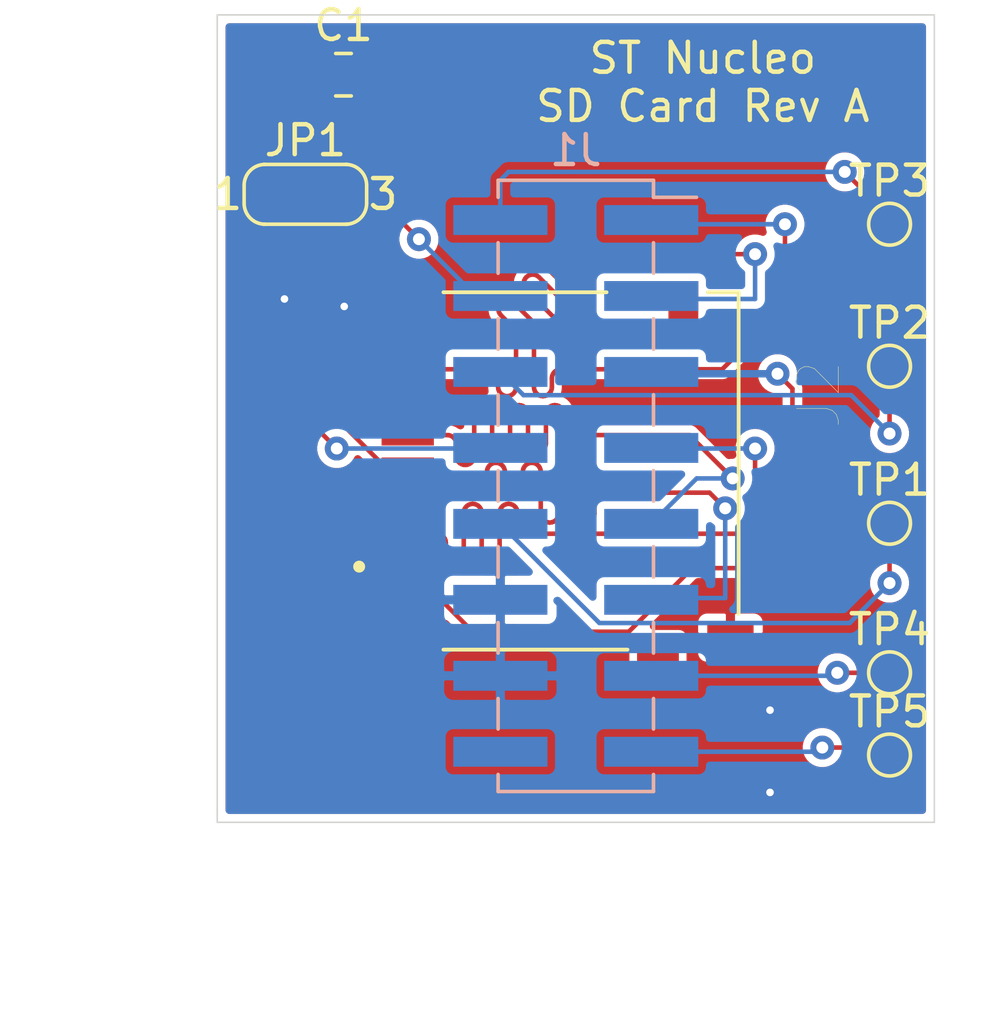
<source format=kicad_pcb>
(kicad_pcb (version 20171130) (host pcbnew "(5.1.7)-1")

  (general
    (thickness 1.6)
    (drawings 5)
    (tracks 526)
    (zones 0)
    (modules 9)
    (nets 17)
  )

  (page A4)
  (layers
    (0 F.Cu signal)
    (31 B.Cu signal)
    (32 B.Adhes user)
    (33 F.Adhes user)
    (34 B.Paste user)
    (35 F.Paste user)
    (36 B.SilkS user)
    (37 F.SilkS user)
    (38 B.Mask user)
    (39 F.Mask user)
    (40 Dwgs.User user)
    (41 Cmts.User user)
    (42 Eco1.User user)
    (43 Eco2.User user)
    (44 Edge.Cuts user)
    (45 Margin user)
    (46 B.CrtYd user)
    (47 F.CrtYd user)
    (48 B.Fab user)
    (49 F.Fab user)
  )

  (setup
    (last_trace_width 0.1524)
    (user_trace_width 0.1524)
    (user_trace_width 0.2032)
    (user_trace_width 0.254)
    (trace_clearance 0.2)
    (zone_clearance 0.254)
    (zone_45_only no)
    (trace_min 0.1524)
    (via_size 0.8)
    (via_drill 0.4)
    (via_min_size 0.381)
    (via_min_drill 0.254)
    (user_via 0.381 0.254)
    (uvia_size 0.3)
    (uvia_drill 0.1)
    (uvias_allowed no)
    (uvia_min_size 0.2)
    (uvia_min_drill 0.1)
    (edge_width 0.05)
    (segment_width 0.2)
    (pcb_text_width 0.3)
    (pcb_text_size 1.5 1.5)
    (mod_edge_width 0.12)
    (mod_text_size 1 1)
    (mod_text_width 0.15)
    (pad_size 1.524 1.524)
    (pad_drill 0.762)
    (pad_to_mask_clearance 0)
    (aux_axis_origin 0 0)
    (visible_elements 7FFFFFFF)
    (pcbplotparams
      (layerselection 0x010fc_ffffffff)
      (usegerberextensions false)
      (usegerberattributes true)
      (usegerberadvancedattributes true)
      (creategerberjobfile true)
      (excludeedgelayer true)
      (linewidth 0.100000)
      (plotframeref false)
      (viasonmask false)
      (mode 1)
      (useauxorigin false)
      (hpglpennumber 1)
      (hpglpenspeed 20)
      (hpglpendiameter 15.000000)
      (psnegative false)
      (psa4output false)
      (plotreference true)
      (plotvalue true)
      (plotinvisibletext false)
      (padsonsilk false)
      (subtractmaskfromsilk false)
      (outputformat 1)
      (mirror false)
      (drillshape 1)
      (scaleselection 1)
      (outputdirectory ""))
  )

  (net 0 "")
  (net 1 GND)
  (net 2 VCC)
  (net 3 "Net-(J1-Pad16)")
  (net 4 "Net-(J1-Pad15)")
  (net 5 /CMD)
  (net 6 /CLK)
  (net 7 /DAT3)
  (net 8 /3V3)
  (net 9 /DAT2)
  (net 10 /DAT1)
  (net 11 /IOREF)
  (net 12 /DAT0)
  (net 13 "Net-(J1-Pad13)")
  (net 14 "Net-(J1-Pad10)")
  (net 15 "Net-(J1-Pad6)")
  (net 16 "Net-(J1-Pad2)")

  (net_class Default "This is the default net class."
    (clearance 0.2)
    (trace_width 0.25)
    (via_dia 0.8)
    (via_drill 0.4)
    (uvia_dia 0.3)
    (uvia_drill 0.1)
    (add_net /3V3)
    (add_net /CLK)
    (add_net /CMD)
    (add_net /DAT0)
    (add_net /DAT1)
    (add_net /DAT2)
    (add_net /DAT3)
    (add_net /IOREF)
    (add_net GND)
    (add_net "Net-(J1-Pad10)")
    (add_net "Net-(J1-Pad13)")
    (add_net "Net-(J1-Pad15)")
    (add_net "Net-(J1-Pad16)")
    (add_net "Net-(J1-Pad2)")
    (add_net "Net-(J1-Pad6)")
    (add_net VCC)
  )

  (module KicadFootprint:AMPHENOL_1140084168 (layer F.Cu) (tedit 5F8A482F) (tstamp 5FBDD971)
    (at 121.25 96.25 270)
    (path /5FE7E347)
    (fp_text reference J2 (at -2.555 -12.889 90) (layer F.SilkS)
      (effects (font (size 1.4 1.4) (thickness 0.015)))
    )
    (fp_text value 2908-05WB-MG (at 9.891 4.111 90) (layer F.Fab)
      (effects (font (size 1.4 1.4) (thickness 0.015)))
    )
    (fp_line (start -5.975 -10.2) (end -5.975 -9.17) (layer F.SilkS) (width 0.127))
    (fp_line (start -5.975 1.25) (end 5.975 1.25) (layer F.Fab) (width 0.127))
    (fp_line (start 5.975 -0.32) (end 5.975 -6.48) (layer F.SilkS) (width 0.127))
    (fp_line (start 4.78 -10.2) (end -5.975 -10.2) (layer F.SilkS) (width 0.127))
    (fp_poly (pts (xy -4.9 -6) (xy 3.6 -6) (xy 3.6 -4) (xy -4.9 -4)) (layer Dwgs.User) (width 0.01))
    (fp_poly (pts (xy -1.95 -10.2) (xy 0.55 -10.2) (xy 0.55 -8.2) (xy -1.95 -8.2)) (layer Dwgs.User) (width 0.01))
    (fp_poly (pts (xy -1.95 -10.2) (xy 0.55 -10.2) (xy 0.55 -8.2) (xy -1.95 -8.2)) (layer Dwgs.User) (width 0.01))
    (fp_poly (pts (xy -4.9 -6) (xy 3.6 -6) (xy 3.6 -4) (xy -4.9 -4)) (layer Dwgs.User) (width 0.01))
    (fp_line (start -6.6 -10.95) (end -6.6 2) (layer F.CrtYd) (width 0.05))
    (fp_line (start -6.6 2) (end 6.65 2) (layer F.CrtYd) (width 0.05))
    (fp_line (start 6.65 2) (end 6.65 -10.95) (layer F.CrtYd) (width 0.05))
    (fp_line (start 6.65 -10.95) (end -6.6 -10.95) (layer F.CrtYd) (width 0.05))
    (fp_line (start -5.975 -10.2) (end -5.975 1.25) (layer F.Fab) (width 0.127))
    (fp_line (start 5.975 -10.2) (end -5.975 -10.2) (layer F.Fab) (width 0.127))
    (fp_line (start 5.975 1.25) (end 5.975 -10.2) (layer F.Fab) (width 0.127))
    (fp_line (start -5.975 -5.78) (end -5.975 -0.32) (layer F.SilkS) (width 0.127))
    (fp_circle (center 3.2 2.5) (end 3.3 2.5) (layer F.SilkS) (width 0.2))
    (fp_circle (center 3.2 2.5) (end 3.3 2.5) (layer F.Fab) (width 0.2))
    (pad 1 smd rect (at 3.2 0.875 270) (size 0.7 1.75) (layers F.Cu F.Paste F.Mask)
      (net 9 /DAT2))
    (pad 2 smd rect (at 2.1 0.875 270) (size 0.7 1.75) (layers F.Cu F.Paste F.Mask)
      (net 7 /DAT3))
    (pad 3 smd rect (at 1 0.875 270) (size 0.7 1.75) (layers F.Cu F.Paste F.Mask)
      (net 5 /CMD))
    (pad 4 smd rect (at -0.1 0.875 270) (size 0.7 1.75) (layers F.Cu F.Paste F.Mask)
      (net 2 VCC))
    (pad 5 smd rect (at -1.2 0.875 270) (size 0.7 1.75) (layers F.Cu F.Paste F.Mask)
      (net 6 /CLK))
    (pad 6 smd rect (at -2.3 0.875 270) (size 0.7 1.75) (layers F.Cu F.Paste F.Mask)
      (net 1 GND))
    (pad 7 smd rect (at -3.4 0.875 270) (size 0.7 1.75) (layers F.Cu F.Paste F.Mask)
      (net 12 /DAT0))
    (pad 8 smd rect (at -4.5 0.875 270) (size 0.7 1.75) (layers F.Cu F.Paste F.Mask)
      (net 10 /DAT1))
    (pad 9 smd rect (at 5.575 -9.925 270) (size 1 1.55) (layers F.Cu F.Paste F.Mask)
      (net 1 GND))
    (pad 10 smd rect (at -5.625 -8.35 270) (size 1.45 1) (layers F.Cu F.Paste F.Mask))
    (pad S1 smd rect (at 5.65 0.75 270) (size 1.5 1.5) (layers F.Cu F.Paste F.Mask))
    (pad S2 smd rect (at -5.7 0.75 270) (size 1.3 1.5) (layers F.Cu F.Paste F.Mask))
    (pad S3 smd rect (at 5.975 -7.5 270) (size 0.8 1.4) (layers F.Cu F.Paste F.Mask))
    (pad S4 smd rect (at -5.95 -6.85 270) (size 0.8 1.5) (layers F.Cu F.Paste F.Mask))
  )

  (module TestPoint:TestPoint_Pad_D1.0mm (layer F.Cu) (tedit 5A0F774F) (tstamp 5FBDD9AF)
    (at 136.5 105.75)
    (descr "SMD pad as test Point, diameter 1.0mm")
    (tags "test point SMD pad")
    (path /5FE86FCA)
    (attr virtual)
    (fp_text reference TP5 (at 0 -1.448) (layer F.SilkS)
      (effects (font (size 1 1) (thickness 0.15)))
    )
    (fp_text value TestPoint (at 0 1.55) (layer F.Fab)
      (effects (font (size 1 1) (thickness 0.15)))
    )
    (fp_circle (center 0 0) (end 0 0.7) (layer F.SilkS) (width 0.12))
    (fp_circle (center 0 0) (end 1 0) (layer F.CrtYd) (width 0.05))
    (fp_text user %R (at 0 -1.45) (layer F.Fab)
      (effects (font (size 1 1) (thickness 0.15)))
    )
    (pad 1 smd circle (at 0 0) (size 1 1) (layers F.Cu F.Mask)
      (net 4 "Net-(J1-Pad15)"))
  )

  (module TestPoint:TestPoint_Pad_D1.0mm (layer F.Cu) (tedit 5A0F774F) (tstamp 5FBDD9A7)
    (at 136.5 103)
    (descr "SMD pad as test Point, diameter 1.0mm")
    (tags "test point SMD pad")
    (path /5FE86820)
    (attr virtual)
    (fp_text reference TP4 (at 0 -1.448) (layer F.SilkS)
      (effects (font (size 1 1) (thickness 0.15)))
    )
    (fp_text value TestPoint (at 0 1.55) (layer F.Fab)
      (effects (font (size 1 1) (thickness 0.15)))
    )
    (fp_circle (center 0 0) (end 0 0.7) (layer F.SilkS) (width 0.12))
    (fp_circle (center 0 0) (end 1 0) (layer F.CrtYd) (width 0.05))
    (fp_text user %R (at 0 -1.45) (layer F.Fab)
      (effects (font (size 1 1) (thickness 0.15)))
    )
    (pad 1 smd circle (at 0 0) (size 1 1) (layers F.Cu F.Mask)
      (net 13 "Net-(J1-Pad13)"))
  )

  (module TestPoint:TestPoint_Pad_D1.0mm (layer F.Cu) (tedit 5A0F774F) (tstamp 5FBDD99F)
    (at 136.5 88)
    (descr "SMD pad as test Point, diameter 1.0mm")
    (tags "test point SMD pad")
    (path /5FE90955)
    (attr virtual)
    (fp_text reference TP3 (at 0 -1.448) (layer F.SilkS)
      (effects (font (size 1 1) (thickness 0.15)))
    )
    (fp_text value TestPoint (at 0 1.55) (layer F.Fab)
      (effects (font (size 1 1) (thickness 0.15)))
    )
    (fp_circle (center 0 0) (end 0 0.7) (layer F.SilkS) (width 0.12))
    (fp_circle (center 0 0) (end 1 0) (layer F.CrtYd) (width 0.05))
    (fp_text user %R (at 0 -1.45) (layer F.Fab)
      (effects (font (size 1 1) (thickness 0.15)))
    )
    (pad 1 smd circle (at 0 0) (size 1 1) (layers F.Cu F.Mask)
      (net 16 "Net-(J1-Pad2)"))
  )

  (module TestPoint:TestPoint_Pad_D1.0mm (layer F.Cu) (tedit 5A0F774F) (tstamp 5FBDD997)
    (at 136.5 92.75)
    (descr "SMD pad as test Point, diameter 1.0mm")
    (tags "test point SMD pad")
    (path /5FE91303)
    (attr virtual)
    (fp_text reference TP2 (at 0 -1.448) (layer F.SilkS)
      (effects (font (size 1 1) (thickness 0.15)))
    )
    (fp_text value TestPoint (at 0 1.55) (layer F.Fab)
      (effects (font (size 1 1) (thickness 0.15)))
    )
    (fp_circle (center 0 0) (end 0 0.7) (layer F.SilkS) (width 0.12))
    (fp_circle (center 0 0) (end 1 0) (layer F.CrtYd) (width 0.05))
    (fp_text user %R (at 0 -1.45) (layer F.Fab)
      (effects (font (size 1 1) (thickness 0.15)))
    )
    (pad 1 smd circle (at 0 0) (size 1 1) (layers F.Cu F.Mask)
      (net 15 "Net-(J1-Pad6)"))
  )

  (module TestPoint:TestPoint_Pad_D1.0mm (layer F.Cu) (tedit 5A0F774F) (tstamp 5FBDD98F)
    (at 136.5 98)
    (descr "SMD pad as test Point, diameter 1.0mm")
    (tags "test point SMD pad")
    (path /5FE9192E)
    (attr virtual)
    (fp_text reference TP1 (at 0 -1.448) (layer F.SilkS)
      (effects (font (size 1 1) (thickness 0.15)))
    )
    (fp_text value TestPoint (at 0 1.55) (layer F.Fab)
      (effects (font (size 1 1) (thickness 0.15)))
    )
    (fp_circle (center 0 0) (end 0 0.7) (layer F.SilkS) (width 0.12))
    (fp_circle (center 0 0) (end 1 0) (layer F.CrtYd) (width 0.05))
    (fp_text user %R (at 0 -1.45) (layer F.Fab)
      (effects (font (size 1 1) (thickness 0.15)))
    )
    (pad 1 smd circle (at 0 0) (size 1 1) (layers F.Cu F.Mask)
      (net 14 "Net-(J1-Pad10)"))
  )

  (module Jumper:SolderJumper-3_P1.3mm_Bridged12_RoundedPad1.0x1.5mm_NumberLabels (layer F.Cu) (tedit 5C745336) (tstamp 5FBDD987)
    (at 116.95 87)
    (descr "SMD Solder 3-pad Jumper, 1x1.5mm rounded Pads, 0.3mm gap, pads 1-2 bridged with 1 copper strip, labeled with numbers")
    (tags "solder jumper open")
    (path /5FE88460)
    (attr virtual)
    (fp_text reference JP1 (at 0 -1.8) (layer F.SilkS)
      (effects (font (size 1 1) (thickness 0.15)))
    )
    (fp_text value SolderJumper_3_Bridged12 (at 0 1.9) (layer F.Fab)
      (effects (font (size 1 1) (thickness 0.15)))
    )
    (fp_poly (pts (xy -0.9 -0.3) (xy -0.4 -0.3) (xy -0.4 0.3) (xy -0.9 0.3)) (layer F.Cu) (width 0))
    (fp_line (start 2.3 1.25) (end -2.3 1.25) (layer F.CrtYd) (width 0.05))
    (fp_line (start 2.3 1.25) (end 2.3 -1.25) (layer F.CrtYd) (width 0.05))
    (fp_line (start -2.3 -1.25) (end -2.3 1.25) (layer F.CrtYd) (width 0.05))
    (fp_line (start -2.3 -1.25) (end 2.3 -1.25) (layer F.CrtYd) (width 0.05))
    (fp_line (start -1.4 -1) (end 1.4 -1) (layer F.SilkS) (width 0.12))
    (fp_line (start 2.05 -0.3) (end 2.05 0.3) (layer F.SilkS) (width 0.12))
    (fp_line (start 1.4 1) (end -1.4 1) (layer F.SilkS) (width 0.12))
    (fp_line (start -2.05 0.3) (end -2.05 -0.3) (layer F.SilkS) (width 0.12))
    (fp_arc (start -1.35 -0.3) (end -1.35 -1) (angle -90) (layer F.SilkS) (width 0.12))
    (fp_arc (start -1.35 0.3) (end -2.05 0.3) (angle -90) (layer F.SilkS) (width 0.12))
    (fp_arc (start 1.35 0.3) (end 1.35 1) (angle -90) (layer F.SilkS) (width 0.12))
    (fp_arc (start 1.35 -0.3) (end 2.05 -0.3) (angle -90) (layer F.SilkS) (width 0.12))
    (fp_text user 1 (at -2.6 0) (layer F.SilkS)
      (effects (font (size 1 1) (thickness 0.15)))
    )
    (fp_text user 3 (at 2.6 0) (layer F.SilkS)
      (effects (font (size 1 1) (thickness 0.15)))
    )
    (pad 1 smd custom (at -1.3 0) (size 1 0.5) (layers F.Cu F.Mask)
      (net 8 /3V3) (zone_connect 2)
      (options (clearance outline) (anchor rect))
      (primitives
        (gr_poly (pts
           (xy 0.55 -0.75) (xy 0 -0.75) (xy 0 0.75) (xy 0.55 0.75)) (width 0))
        (gr_circle (center 0 0.25) (end 0.5 0.25) (width 0))
        (gr_circle (center 0 -0.25) (end 0.5 -0.25) (width 0))
      ))
    (pad 2 smd rect (at 0 0) (size 1 1.5) (layers F.Cu F.Mask)
      (net 2 VCC))
    (pad 3 smd custom (at 1.3 0) (size 1 0.5) (layers F.Cu F.Mask)
      (net 11 /IOREF) (zone_connect 2)
      (options (clearance outline) (anchor rect))
      (primitives
        (gr_circle (center 0 0.25) (end 0.5 0.25) (width 0))
        (gr_circle (center 0 -0.25) (end 0.5 -0.25) (width 0))
        (gr_poly (pts
           (xy -0.55 -0.75) (xy 0 -0.75) (xy 0 0.75) (xy -0.55 0.75)) (width 0))
      ))
  )

  (module Connector_PinHeader_2.54mm:PinHeader_2x08_P2.54mm_Vertical_SMD (layer B.Cu) (tedit 59FED5CC) (tstamp 5FBDD950)
    (at 126 96.75 180)
    (descr "surface-mounted straight pin header, 2x08, 2.54mm pitch, double rows")
    (tags "Surface mounted pin header SMD 2x08 2.54mm double row")
    (path /5FE7F608)
    (attr smd)
    (fp_text reference J1 (at 0 11.22) (layer B.SilkS)
      (effects (font (size 1 1) (thickness 0.15)) (justify mirror))
    )
    (fp_text value Conn_02x08_Odd_Even (at 0 -11.22) (layer B.Fab)
      (effects (font (size 1 1) (thickness 0.15)) (justify mirror))
    )
    (fp_line (start 5.9 10.7) (end -5.9 10.7) (layer B.CrtYd) (width 0.05))
    (fp_line (start 5.9 -10.7) (end 5.9 10.7) (layer B.CrtYd) (width 0.05))
    (fp_line (start -5.9 -10.7) (end 5.9 -10.7) (layer B.CrtYd) (width 0.05))
    (fp_line (start -5.9 10.7) (end -5.9 -10.7) (layer B.CrtYd) (width 0.05))
    (fp_line (start 2.6 -7.11) (end 2.6 -8.13) (layer B.SilkS) (width 0.12))
    (fp_line (start -2.6 -7.11) (end -2.6 -8.13) (layer B.SilkS) (width 0.12))
    (fp_line (start 2.6 -4.57) (end 2.6 -5.59) (layer B.SilkS) (width 0.12))
    (fp_line (start -2.6 -4.57) (end -2.6 -5.59) (layer B.SilkS) (width 0.12))
    (fp_line (start 2.6 -2.03) (end 2.6 -3.05) (layer B.SilkS) (width 0.12))
    (fp_line (start -2.6 -2.03) (end -2.6 -3.05) (layer B.SilkS) (width 0.12))
    (fp_line (start 2.6 0.51) (end 2.6 -0.51) (layer B.SilkS) (width 0.12))
    (fp_line (start -2.6 0.51) (end -2.6 -0.51) (layer B.SilkS) (width 0.12))
    (fp_line (start 2.6 3.05) (end 2.6 2.03) (layer B.SilkS) (width 0.12))
    (fp_line (start -2.6 3.05) (end -2.6 2.03) (layer B.SilkS) (width 0.12))
    (fp_line (start 2.6 5.59) (end 2.6 4.57) (layer B.SilkS) (width 0.12))
    (fp_line (start -2.6 5.59) (end -2.6 4.57) (layer B.SilkS) (width 0.12))
    (fp_line (start 2.6 8.13) (end 2.6 7.11) (layer B.SilkS) (width 0.12))
    (fp_line (start -2.6 8.13) (end -2.6 7.11) (layer B.SilkS) (width 0.12))
    (fp_line (start 2.6 -9.65) (end 2.6 -10.22) (layer B.SilkS) (width 0.12))
    (fp_line (start -2.6 -9.65) (end -2.6 -10.22) (layer B.SilkS) (width 0.12))
    (fp_line (start 2.6 10.22) (end 2.6 9.65) (layer B.SilkS) (width 0.12))
    (fp_line (start -2.6 10.22) (end -2.6 9.65) (layer B.SilkS) (width 0.12))
    (fp_line (start -4.04 9.65) (end -2.6 9.65) (layer B.SilkS) (width 0.12))
    (fp_line (start -2.6 -10.22) (end 2.6 -10.22) (layer B.SilkS) (width 0.12))
    (fp_line (start -2.6 10.22) (end 2.6 10.22) (layer B.SilkS) (width 0.12))
    (fp_line (start 3.6 -9.21) (end 2.54 -9.21) (layer B.Fab) (width 0.1))
    (fp_line (start 3.6 -8.57) (end 3.6 -9.21) (layer B.Fab) (width 0.1))
    (fp_line (start 2.54 -8.57) (end 3.6 -8.57) (layer B.Fab) (width 0.1))
    (fp_line (start -3.6 -9.21) (end -2.54 -9.21) (layer B.Fab) (width 0.1))
    (fp_line (start -3.6 -8.57) (end -3.6 -9.21) (layer B.Fab) (width 0.1))
    (fp_line (start -2.54 -8.57) (end -3.6 -8.57) (layer B.Fab) (width 0.1))
    (fp_line (start 3.6 -6.67) (end 2.54 -6.67) (layer B.Fab) (width 0.1))
    (fp_line (start 3.6 -6.03) (end 3.6 -6.67) (layer B.Fab) (width 0.1))
    (fp_line (start 2.54 -6.03) (end 3.6 -6.03) (layer B.Fab) (width 0.1))
    (fp_line (start -3.6 -6.67) (end -2.54 -6.67) (layer B.Fab) (width 0.1))
    (fp_line (start -3.6 -6.03) (end -3.6 -6.67) (layer B.Fab) (width 0.1))
    (fp_line (start -2.54 -6.03) (end -3.6 -6.03) (layer B.Fab) (width 0.1))
    (fp_line (start 3.6 -4.13) (end 2.54 -4.13) (layer B.Fab) (width 0.1))
    (fp_line (start 3.6 -3.49) (end 3.6 -4.13) (layer B.Fab) (width 0.1))
    (fp_line (start 2.54 -3.49) (end 3.6 -3.49) (layer B.Fab) (width 0.1))
    (fp_line (start -3.6 -4.13) (end -2.54 -4.13) (layer B.Fab) (width 0.1))
    (fp_line (start -3.6 -3.49) (end -3.6 -4.13) (layer B.Fab) (width 0.1))
    (fp_line (start -2.54 -3.49) (end -3.6 -3.49) (layer B.Fab) (width 0.1))
    (fp_line (start 3.6 -1.59) (end 2.54 -1.59) (layer B.Fab) (width 0.1))
    (fp_line (start 3.6 -0.95) (end 3.6 -1.59) (layer B.Fab) (width 0.1))
    (fp_line (start 2.54 -0.95) (end 3.6 -0.95) (layer B.Fab) (width 0.1))
    (fp_line (start -3.6 -1.59) (end -2.54 -1.59) (layer B.Fab) (width 0.1))
    (fp_line (start -3.6 -0.95) (end -3.6 -1.59) (layer B.Fab) (width 0.1))
    (fp_line (start -2.54 -0.95) (end -3.6 -0.95) (layer B.Fab) (width 0.1))
    (fp_line (start 3.6 0.95) (end 2.54 0.95) (layer B.Fab) (width 0.1))
    (fp_line (start 3.6 1.59) (end 3.6 0.95) (layer B.Fab) (width 0.1))
    (fp_line (start 2.54 1.59) (end 3.6 1.59) (layer B.Fab) (width 0.1))
    (fp_line (start -3.6 0.95) (end -2.54 0.95) (layer B.Fab) (width 0.1))
    (fp_line (start -3.6 1.59) (end -3.6 0.95) (layer B.Fab) (width 0.1))
    (fp_line (start -2.54 1.59) (end -3.6 1.59) (layer B.Fab) (width 0.1))
    (fp_line (start 3.6 3.49) (end 2.54 3.49) (layer B.Fab) (width 0.1))
    (fp_line (start 3.6 4.13) (end 3.6 3.49) (layer B.Fab) (width 0.1))
    (fp_line (start 2.54 4.13) (end 3.6 4.13) (layer B.Fab) (width 0.1))
    (fp_line (start -3.6 3.49) (end -2.54 3.49) (layer B.Fab) (width 0.1))
    (fp_line (start -3.6 4.13) (end -3.6 3.49) (layer B.Fab) (width 0.1))
    (fp_line (start -2.54 4.13) (end -3.6 4.13) (layer B.Fab) (width 0.1))
    (fp_line (start 3.6 6.03) (end 2.54 6.03) (layer B.Fab) (width 0.1))
    (fp_line (start 3.6 6.67) (end 3.6 6.03) (layer B.Fab) (width 0.1))
    (fp_line (start 2.54 6.67) (end 3.6 6.67) (layer B.Fab) (width 0.1))
    (fp_line (start -3.6 6.03) (end -2.54 6.03) (layer B.Fab) (width 0.1))
    (fp_line (start -3.6 6.67) (end -3.6 6.03) (layer B.Fab) (width 0.1))
    (fp_line (start -2.54 6.67) (end -3.6 6.67) (layer B.Fab) (width 0.1))
    (fp_line (start 3.6 8.57) (end 2.54 8.57) (layer B.Fab) (width 0.1))
    (fp_line (start 3.6 9.21) (end 3.6 8.57) (layer B.Fab) (width 0.1))
    (fp_line (start 2.54 9.21) (end 3.6 9.21) (layer B.Fab) (width 0.1))
    (fp_line (start -3.6 8.57) (end -2.54 8.57) (layer B.Fab) (width 0.1))
    (fp_line (start -3.6 9.21) (end -3.6 8.57) (layer B.Fab) (width 0.1))
    (fp_line (start -2.54 9.21) (end -3.6 9.21) (layer B.Fab) (width 0.1))
    (fp_line (start 2.54 10.16) (end 2.54 -10.16) (layer B.Fab) (width 0.1))
    (fp_line (start -2.54 9.21) (end -1.59 10.16) (layer B.Fab) (width 0.1))
    (fp_line (start -2.54 -10.16) (end -2.54 9.21) (layer B.Fab) (width 0.1))
    (fp_line (start -1.59 10.16) (end 2.54 10.16) (layer B.Fab) (width 0.1))
    (fp_line (start 2.54 -10.16) (end -2.54 -10.16) (layer B.Fab) (width 0.1))
    (fp_text user %R (at 0 0 270) (layer B.Fab)
      (effects (font (size 1 1) (thickness 0.15)) (justify mirror))
    )
    (pad 16 smd rect (at 2.525 -8.89 180) (size 3.15 1) (layers B.Cu B.Paste B.Mask)
      (net 3 "Net-(J1-Pad16)"))
    (pad 15 smd rect (at -2.525 -8.89 180) (size 3.15 1) (layers B.Cu B.Paste B.Mask)
      (net 4 "Net-(J1-Pad15)"))
    (pad 14 smd rect (at 2.525 -6.35 180) (size 3.15 1) (layers B.Cu B.Paste B.Mask)
      (net 1 GND))
    (pad 13 smd rect (at -2.525 -6.35 180) (size 3.15 1) (layers B.Cu B.Paste B.Mask)
      (net 13 "Net-(J1-Pad13)"))
    (pad 12 smd rect (at 2.525 -3.81 180) (size 3.15 1) (layers B.Cu B.Paste B.Mask)
      (net 1 GND))
    (pad 11 smd rect (at -2.525 -3.81 180) (size 3.15 1) (layers B.Cu B.Paste B.Mask)
      (net 5 /CMD))
    (pad 10 smd rect (at 2.525 -1.27 180) (size 3.15 1) (layers B.Cu B.Paste B.Mask)
      (net 14 "Net-(J1-Pad10)"))
    (pad 9 smd rect (at -2.525 -1.27 180) (size 3.15 1) (layers B.Cu B.Paste B.Mask)
      (net 6 /CLK))
    (pad 8 smd rect (at 2.525 1.27 180) (size 3.15 1) (layers B.Cu B.Paste B.Mask)
      (net 8 /3V3))
    (pad 7 smd rect (at -2.525 1.27 180) (size 3.15 1) (layers B.Cu B.Paste B.Mask)
      (net 7 /DAT3))
    (pad 6 smd rect (at 2.525 3.81 180) (size 3.15 1) (layers B.Cu B.Paste B.Mask)
      (net 15 "Net-(J1-Pad6)"))
    (pad 5 smd rect (at -2.525 3.81 180) (size 3.15 1) (layers B.Cu B.Paste B.Mask)
      (net 9 /DAT2))
    (pad 4 smd rect (at 2.525 6.35 180) (size 3.15 1) (layers B.Cu B.Paste B.Mask)
      (net 11 /IOREF))
    (pad 3 smd rect (at -2.525 6.35 180) (size 3.15 1) (layers B.Cu B.Paste B.Mask)
      (net 10 /DAT1))
    (pad 2 smd rect (at 2.525 8.89 180) (size 3.15 1) (layers B.Cu B.Paste B.Mask)
      (net 16 "Net-(J1-Pad2)"))
    (pad 1 smd rect (at -2.525 8.89 180) (size 3.15 1) (layers B.Cu B.Paste B.Mask)
      (net 12 /DAT0))
    (model ${KISYS3DMOD}/Connector_PinHeader_2.54mm.3dshapes/PinHeader_2x08_P2.54mm_Vertical_SMD.wrl
      (at (xyz 0 0 0))
      (scale (xyz 1 1 1))
      (rotate (xyz 0 0 0))
    )
  )

  (module Capacitor_SMD:C_0805_2012Metric_Pad1.15x1.40mm_HandSolder (layer F.Cu) (tedit 5B36C52B) (tstamp 5FBDD8ED)
    (at 118.225 83)
    (descr "Capacitor SMD 0805 (2012 Metric), square (rectangular) end terminal, IPC_7351 nominal with elongated pad for handsoldering. (Body size source: https://docs.google.com/spreadsheets/d/1BsfQQcO9C6DZCsRaXUlFlo91Tg2WpOkGARC1WS5S8t0/edit?usp=sharing), generated with kicad-footprint-generator")
    (tags "capacitor handsolder")
    (path /5FE88EFB)
    (attr smd)
    (fp_text reference C1 (at 0 -1.65) (layer F.SilkS)
      (effects (font (size 1 1) (thickness 0.15)))
    )
    (fp_text value 1U (at 0 1.65) (layer F.Fab)
      (effects (font (size 1 1) (thickness 0.15)))
    )
    (fp_line (start 1.85 0.95) (end -1.85 0.95) (layer F.CrtYd) (width 0.05))
    (fp_line (start 1.85 -0.95) (end 1.85 0.95) (layer F.CrtYd) (width 0.05))
    (fp_line (start -1.85 -0.95) (end 1.85 -0.95) (layer F.CrtYd) (width 0.05))
    (fp_line (start -1.85 0.95) (end -1.85 -0.95) (layer F.CrtYd) (width 0.05))
    (fp_line (start -0.261252 0.71) (end 0.261252 0.71) (layer F.SilkS) (width 0.12))
    (fp_line (start -0.261252 -0.71) (end 0.261252 -0.71) (layer F.SilkS) (width 0.12))
    (fp_line (start 1 0.6) (end -1 0.6) (layer F.Fab) (width 0.1))
    (fp_line (start 1 -0.6) (end 1 0.6) (layer F.Fab) (width 0.1))
    (fp_line (start -1 -0.6) (end 1 -0.6) (layer F.Fab) (width 0.1))
    (fp_line (start -1 0.6) (end -1 -0.6) (layer F.Fab) (width 0.1))
    (fp_text user %R (at 0 0) (layer F.Fab)
      (effects (font (size 0.5 0.5) (thickness 0.08)))
    )
    (pad 2 smd roundrect (at 1.025 0) (size 1.15 1.4) (layers F.Cu F.Paste F.Mask) (roundrect_rratio 0.217391)
      (net 1 GND))
    (pad 1 smd roundrect (at -1.025 0) (size 1.15 1.4) (layers F.Cu F.Paste F.Mask) (roundrect_rratio 0.217391)
      (net 2 VCC))
    (model ${KISYS3DMOD}/Capacitor_SMD.3dshapes/C_0805_2012Metric.wrl
      (at (xyz 0 0 0))
      (scale (xyz 1 1 1))
      (rotate (xyz 0 0 0))
    )
  )

  (gr_text "ST Nucleo\nSD Card Rev A" (at 130.25 83.25) (layer F.SilkS)
    (effects (font (size 1 1) (thickness 0.15)))
  )
  (gr_line (start 114 108) (end 114 81) (layer Edge.Cuts) (width 0.05) (tstamp 5FBDF008))
  (gr_line (start 138 108) (end 114 108) (layer Edge.Cuts) (width 0.05))
  (gr_line (start 138 81) (end 138 108) (layer Edge.Cuts) (width 0.05))
  (gr_line (start 114 81) (end 138 81) (layer Edge.Cuts) (width 0.05))

  (via (at 132.5 107) (size 0.381) (drill 0.254) (layers F.Cu B.Cu) (net 1))
  (via (at 132.5 104.25) (size 0.381) (drill 0.254) (layers F.Cu B.Cu) (net 1))
  (via (at 116.25 90.5) (size 0.381) (drill 0.254) (layers F.Cu B.Cu) (net 1))
  (via (at 118.25 90.75) (size 0.381) (drill 0.254) (layers F.Cu B.Cu) (net 1))
  (segment (start 119.650778 96.15) (end 120.375 96.15) (width 0.1524) (layer F.Cu) (net 2))
  (segment (start 116.95 93.449222) (end 119.650778 96.15) (width 0.1524) (layer F.Cu) (net 2))
  (segment (start 116.95 87) (end 116.95 93.449222) (width 0.1524) (layer F.Cu) (net 2))
  (segment (start 117.2 86.75) (end 116.95 87) (width 0.1524) (layer F.Cu) (net 2))
  (segment (start 117.2 83) (end 117.2 86.75) (width 0.1524) (layer F.Cu) (net 2))
  (via (at 134.25 105.5) (size 0.8) (drill 0.4) (layers F.Cu B.Cu) (net 4))
  (segment (start 134.11 105.64) (end 134.25 105.5) (width 0.1524) (layer B.Cu) (net 4))
  (segment (start 128.525 105.64) (end 134.11 105.64) (width 0.1524) (layer B.Cu) (net 4))
  (segment (start 136.25 105.5) (end 136.5 105.75) (width 0.1524) (layer F.Cu) (net 4))
  (segment (start 134.25 105.5) (end 136.25 105.5) (width 0.1524) (layer F.Cu) (net 4))
  (via (at 131 97.5) (size 0.8) (drill 0.4) (layers F.Cu B.Cu) (net 5))
  (segment (start 131 97.5) (end 131 100.5) (width 0.1524) (layer B.Cu) (net 5))
  (segment (start 128.585 100.5) (end 128.525 100.56) (width 0.1524) (layer B.Cu) (net 5))
  (segment (start 131 100.5) (end 128.585 100.5) (width 0.1524) (layer B.Cu) (net 5))
  (segment (start 126.85992 96.984198) (end 126.926677 96.976677) (width 0.1524) (layer F.Cu) (net 5))
  (segment (start 126.796511 97.006386) (end 126.85992 96.984198) (width 0.1524) (layer F.Cu) (net 5))
  (segment (start 126.73963 97.042127) (end 126.796511 97.006386) (width 0.1524) (layer F.Cu) (net 5))
  (segment (start 126.656386 97.146511) (end 126.692127 97.08963) (width 0.1524) (layer F.Cu) (net 5))
  (segment (start 126.626677 97.276677) (end 126.634198 97.20992) (width 0.1524) (layer F.Cu) (net 5))
  (segment (start 126.626677 97.676677) (end 126.626677 97.276677) (width 0.1524) (layer F.Cu) (net 5))
  (segment (start 126.619155 97.743433) (end 126.626677 97.676677) (width 0.1524) (layer F.Cu) (net 5))
  (segment (start 126.596967 97.806842) (end 126.619155 97.743433) (width 0.1524) (layer F.Cu) (net 5))
  (segment (start 126.561226 97.863723) (end 126.596967 97.806842) (width 0.1524) (layer F.Cu) (net 5))
  (segment (start 126.513723 97.911226) (end 126.561226 97.863723) (width 0.1524) (layer F.Cu) (net 5))
  (segment (start 126.326677 97.976677) (end 126.393433 97.969155) (width 0.1524) (layer F.Cu) (net 5))
  (segment (start 126.25992 97.969155) (end 126.326677 97.976677) (width 0.1524) (layer F.Cu) (net 5))
  (segment (start 126.196511 97.946967) (end 126.25992 97.969155) (width 0.1524) (layer F.Cu) (net 5))
  (segment (start 126.13963 97.911226) (end 126.196511 97.946967) (width 0.1524) (layer F.Cu) (net 5))
  (segment (start 126.092127 97.863723) (end 126.13963 97.911226) (width 0.1524) (layer F.Cu) (net 5))
  (segment (start 126.056386 97.806842) (end 126.092127 97.863723) (width 0.1524) (layer F.Cu) (net 5))
  (segment (start 126.026677 97.676677) (end 126.034198 97.743433) (width 0.1524) (layer F.Cu) (net 5))
  (segment (start 125.996967 96.146512) (end 126.019155 96.209921) (width 0.1524) (layer F.Cu) (net 5))
  (segment (start 125.961226 96.089631) (end 125.996967 96.146512) (width 0.1524) (layer F.Cu) (net 5))
  (segment (start 125.65992 95.984199) (end 125.726677 95.976677) (width 0.1524) (layer F.Cu) (net 5))
  (segment (start 125.492127 96.089631) (end 125.53963 96.042128) (width 0.1524) (layer F.Cu) (net 5))
  (segment (start 125.434198 96.209921) (end 125.456386 96.146512) (width 0.1524) (layer F.Cu) (net 5))
  (segment (start 125.419155 97.743433) (end 125.426677 97.676677) (width 0.1524) (layer F.Cu) (net 5))
  (segment (start 125.396967 97.806842) (end 125.419155 97.743433) (width 0.1524) (layer F.Cu) (net 5))
  (segment (start 125.361226 97.863723) (end 125.396967 97.806842) (width 0.1524) (layer F.Cu) (net 5))
  (segment (start 125.313723 97.911226) (end 125.361226 97.863723) (width 0.1524) (layer F.Cu) (net 5))
  (segment (start 125.256842 97.946967) (end 125.313723 97.911226) (width 0.1524) (layer F.Cu) (net 5))
  (segment (start 125.193433 97.969155) (end 125.256842 97.946967) (width 0.1524) (layer F.Cu) (net 5))
  (segment (start 125.126677 97.976677) (end 125.193433 97.969155) (width 0.1524) (layer F.Cu) (net 5))
  (segment (start 125.05992 97.969155) (end 125.126677 97.976677) (width 0.1524) (layer F.Cu) (net 5))
  (segment (start 124.996511 97.946967) (end 125.05992 97.969155) (width 0.1524) (layer F.Cu) (net 5))
  (segment (start 124.93963 97.911226) (end 124.996511 97.946967) (width 0.1524) (layer F.Cu) (net 5))
  (segment (start 123.656386 96.806843) (end 123.692127 96.863724) (width 0.1524) (layer F.Cu) (net 5))
  (segment (start 125.913723 96.042128) (end 125.961226 96.089631) (width 0.1524) (layer F.Cu) (net 5))
  (segment (start 123.393433 95.984199) (end 123.456842 96.006387) (width 0.1524) (layer F.Cu) (net 5))
  (segment (start 123.626677 96.276677) (end 123.626677 96.676677) (width 0.1524) (layer F.Cu) (net 5))
  (segment (start 125.793433 95.984199) (end 125.856842 96.006387) (width 0.1524) (layer F.Cu) (net 5))
  (segment (start 122.726677 96.976677) (end 122.793433 96.969156) (width 0.1524) (layer F.Cu) (net 5))
  (segment (start 126.634198 97.20992) (end 126.656386 97.146511) (width 0.1524) (layer F.Cu) (net 5))
  (segment (start 123.596967 96.146512) (end 123.619155 96.209921) (width 0.1524) (layer F.Cu) (net 5))
  (segment (start 124.226677 96.676677) (end 124.226677 96.276677) (width 0.1524) (layer F.Cu) (net 5))
  (segment (start 125.856842 96.006387) (end 125.913723 96.042128) (width 0.1524) (layer F.Cu) (net 5))
  (segment (start 123.561226 96.089631) (end 123.596967 96.146512) (width 0.1524) (layer F.Cu) (net 5))
  (segment (start 123.692127 96.863724) (end 123.73963 96.911227) (width 0.1524) (layer F.Cu) (net 5))
  (segment (start 126.926677 96.976677) (end 130.476677 96.976677) (width 0.1524) (layer F.Cu) (net 5))
  (segment (start 123.25992 95.984199) (end 123.326677 95.976677) (width 0.1524) (layer F.Cu) (net 5))
  (segment (start 123.73963 96.911227) (end 123.796511 96.946968) (width 0.1524) (layer F.Cu) (net 5))
  (segment (start 125.596511 96.006387) (end 125.65992 95.984199) (width 0.1524) (layer F.Cu) (net 5))
  (segment (start 123.13963 96.042128) (end 123.196511 96.006387) (width 0.1524) (layer F.Cu) (net 5))
  (segment (start 126.034198 97.743433) (end 126.056386 97.806842) (width 0.1524) (layer F.Cu) (net 5))
  (segment (start 123.092127 96.089631) (end 123.13963 96.042128) (width 0.1524) (layer F.Cu) (net 5))
  (segment (start 126.393433 97.969155) (end 126.456842 97.946967) (width 0.1524) (layer F.Cu) (net 5))
  (segment (start 123.196511 96.006387) (end 123.25992 95.984199) (width 0.1524) (layer F.Cu) (net 5))
  (segment (start 124.113723 96.911227) (end 124.161226 96.863724) (width 0.1524) (layer F.Cu) (net 5))
  (segment (start 123.619155 96.209921) (end 123.626677 96.276677) (width 0.1524) (layer F.Cu) (net 5))
  (segment (start 120.375 97.25) (end 120.648323 96.976677) (width 0.1524) (layer F.Cu) (net 5))
  (segment (start 124.056842 96.946968) (end 124.113723 96.911227) (width 0.1524) (layer F.Cu) (net 5))
  (segment (start 120.648323 96.976677) (end 122.726677 96.976677) (width 0.1524) (layer F.Cu) (net 5))
  (segment (start 124.256386 96.146512) (end 124.292127 96.089631) (width 0.1524) (layer F.Cu) (net 5))
  (segment (start 125.53963 96.042128) (end 125.596511 96.006387) (width 0.1524) (layer F.Cu) (net 5))
  (segment (start 123.513723 96.042128) (end 123.561226 96.089631) (width 0.1524) (layer F.Cu) (net 5))
  (segment (start 123.926677 96.976677) (end 123.993433 96.969156) (width 0.1524) (layer F.Cu) (net 5))
  (segment (start 125.426677 97.676677) (end 125.426677 96.276677) (width 0.1524) (layer F.Cu) (net 5))
  (segment (start 122.856842 96.946968) (end 122.913723 96.911227) (width 0.1524) (layer F.Cu) (net 5))
  (segment (start 123.326677 95.976677) (end 123.393433 95.984199) (width 0.1524) (layer F.Cu) (net 5))
  (segment (start 123.993433 96.969156) (end 124.056842 96.946968) (width 0.1524) (layer F.Cu) (net 5))
  (segment (start 126.019155 96.209921) (end 126.026677 96.276677) (width 0.1524) (layer F.Cu) (net 5))
  (segment (start 122.793433 96.969156) (end 122.856842 96.946968) (width 0.1524) (layer F.Cu) (net 5))
  (segment (start 123.626677 96.676677) (end 123.634198 96.743434) (width 0.1524) (layer F.Cu) (net 5))
  (segment (start 125.726677 95.976677) (end 125.793433 95.984199) (width 0.1524) (layer F.Cu) (net 5))
  (segment (start 122.913723 96.911227) (end 122.961226 96.863724) (width 0.1524) (layer F.Cu) (net 5))
  (segment (start 122.961226 96.863724) (end 122.996967 96.806843) (width 0.1524) (layer F.Cu) (net 5))
  (segment (start 126.456842 97.946967) (end 126.513723 97.911226) (width 0.1524) (layer F.Cu) (net 5))
  (segment (start 123.456842 96.006387) (end 123.513723 96.042128) (width 0.1524) (layer F.Cu) (net 5))
  (segment (start 126.026677 96.276677) (end 126.026677 97.676677) (width 0.1524) (layer F.Cu) (net 5))
  (segment (start 123.034198 96.209921) (end 123.056386 96.146512) (width 0.1524) (layer F.Cu) (net 5))
  (segment (start 122.996967 96.806843) (end 123.019155 96.743434) (width 0.1524) (layer F.Cu) (net 5))
  (segment (start 124.826677 97.676677) (end 124.834198 97.743433) (width 0.1524) (layer F.Cu) (net 5))
  (segment (start 125.426677 96.276677) (end 125.434198 96.209921) (width 0.1524) (layer F.Cu) (net 5))
  (segment (start 123.056386 96.146512) (end 123.092127 96.089631) (width 0.1524) (layer F.Cu) (net 5))
  (segment (start 126.692127 97.08963) (end 126.73963 97.042127) (width 0.1524) (layer F.Cu) (net 5))
  (segment (start 123.019155 96.743434) (end 123.026677 96.676677) (width 0.1524) (layer F.Cu) (net 5))
  (segment (start 124.526677 95.976677) (end 124.593433 95.984199) (width 0.1524) (layer F.Cu) (net 5))
  (segment (start 123.634198 96.743434) (end 123.656386 96.806843) (width 0.1524) (layer F.Cu) (net 5))
  (segment (start 130.476677 96.976677) (end 131 97.5) (width 0.1524) (layer F.Cu) (net 5))
  (segment (start 123.026677 96.676677) (end 123.026677 96.276677) (width 0.1524) (layer F.Cu) (net 5))
  (segment (start 124.656842 96.006387) (end 124.713723 96.042128) (width 0.1524) (layer F.Cu) (net 5))
  (segment (start 125.456386 96.146512) (end 125.492127 96.089631) (width 0.1524) (layer F.Cu) (net 5))
  (segment (start 123.026677 96.276677) (end 123.034198 96.209921) (width 0.1524) (layer F.Cu) (net 5))
  (segment (start 124.819155 96.209921) (end 124.826677 96.276677) (width 0.1524) (layer F.Cu) (net 5))
  (segment (start 123.796511 96.946968) (end 123.85992 96.969156) (width 0.1524) (layer F.Cu) (net 5))
  (segment (start 123.85992 96.969156) (end 123.926677 96.976677) (width 0.1524) (layer F.Cu) (net 5))
  (segment (start 124.161226 96.863724) (end 124.196967 96.806843) (width 0.1524) (layer F.Cu) (net 5))
  (segment (start 124.196967 96.806843) (end 124.219155 96.743434) (width 0.1524) (layer F.Cu) (net 5))
  (segment (start 124.219155 96.743434) (end 124.226677 96.676677) (width 0.1524) (layer F.Cu) (net 5))
  (segment (start 124.226677 96.276677) (end 124.234198 96.209921) (width 0.1524) (layer F.Cu) (net 5))
  (segment (start 124.234198 96.209921) (end 124.256386 96.146512) (width 0.1524) (layer F.Cu) (net 5))
  (segment (start 124.292127 96.089631) (end 124.33963 96.042128) (width 0.1524) (layer F.Cu) (net 5))
  (segment (start 124.33963 96.042128) (end 124.396511 96.006387) (width 0.1524) (layer F.Cu) (net 5))
  (segment (start 124.396511 96.006387) (end 124.45992 95.984199) (width 0.1524) (layer F.Cu) (net 5))
  (segment (start 124.45992 95.984199) (end 124.526677 95.976677) (width 0.1524) (layer F.Cu) (net 5))
  (segment (start 124.593433 95.984199) (end 124.656842 96.006387) (width 0.1524) (layer F.Cu) (net 5))
  (segment (start 124.713723 96.042128) (end 124.761226 96.089631) (width 0.1524) (layer F.Cu) (net 5))
  (segment (start 124.761226 96.089631) (end 124.796967 96.146512) (width 0.1524) (layer F.Cu) (net 5))
  (segment (start 124.796967 96.146512) (end 124.819155 96.209921) (width 0.1524) (layer F.Cu) (net 5))
  (segment (start 124.826677 96.276677) (end 124.826677 97.676677) (width 0.1524) (layer F.Cu) (net 5))
  (segment (start 124.856386 97.806842) (end 124.892127 97.863723) (width 0.1524) (layer F.Cu) (net 5))
  (segment (start 124.834198 97.743433) (end 124.856386 97.806842) (width 0.1524) (layer F.Cu) (net 5))
  (segment (start 124.892127 97.863723) (end 124.93963 97.911226) (width 0.1524) (layer F.Cu) (net 5))
  (via (at 131.25 96.5) (size 0.8) (drill 0.4) (layers F.Cu B.Cu) (net 6))
  (segment (start 130.045 96.5) (end 128.525 98.02) (width 0.1524) (layer B.Cu) (net 6))
  (segment (start 131.25 96.5) (end 130.045 96.5) (width 0.1524) (layer B.Cu) (net 6))
  (segment (start 126.413806 95.056894) (end 126.475 95.05) (width 0.1524) (layer F.Cu) (net 6))
  (segment (start 126.355681 95.077233) (end 126.413806 95.056894) (width 0.1524) (layer F.Cu) (net 6))
  (segment (start 126.227233 95.205681) (end 126.259996 95.15354) (width 0.1524) (layer F.Cu) (net 6))
  (segment (start 126.172766 95.444318) (end 126.193105 95.386193) (width 0.1524) (layer F.Cu) (net 6))
  (segment (start 126.140003 95.496459) (end 126.172766 95.444318) (width 0.1524) (layer F.Cu) (net 6))
  (segment (start 126.044318 95.572766) (end 126.096459 95.540003) (width 0.1524) (layer F.Cu) (net 6))
  (segment (start 125.875 95.6) (end 125.925 95.6) (width 0.1524) (layer F.Cu) (net 6))
  (segment (start 125.813806 95.593105) (end 125.875 95.6) (width 0.1524) (layer F.Cu) (net 6))
  (segment (start 125.659996 95.496459) (end 125.70354 95.540003) (width 0.1524) (layer F.Cu) (net 6))
  (segment (start 125.6 94.35) (end 125.6 95.325) (width 0.1524) (layer F.Cu) (net 6))
  (segment (start 125.592478 94.283244) (end 125.6 94.35) (width 0.1524) (layer F.Cu) (net 6))
  (segment (start 125.430165 94.07971) (end 125.487046 94.115451) (width 0.1524) (layer F.Cu) (net 6))
  (segment (start 125.366756 94.057522) (end 125.430165 94.07971) (width 0.1524) (layer F.Cu) (net 6))
  (segment (start 125.233243 94.057522) (end 125.3 94.05) (width 0.1524) (layer F.Cu) (net 6))
  (segment (start 125.70354 95.540003) (end 125.755681 95.572766) (width 0.1524) (layer F.Cu) (net 6))
  (segment (start 125.06545 94.162954) (end 125.112953 94.115451) (width 0.1524) (layer F.Cu) (net 6))
  (segment (start 125.029709 94.219835) (end 125.06545 94.162954) (width 0.1524) (layer F.Cu) (net 6))
  (segment (start 125.986193 95.593105) (end 126.044318 95.572766) (width 0.1524) (layer F.Cu) (net 6))
  (segment (start 125.007521 94.283244) (end 125.029709 94.219835) (width 0.1524) (layer F.Cu) (net 6))
  (segment (start 125.755681 95.572766) (end 125.813806 95.593105) (width 0.1524) (layer F.Cu) (net 6))
  (segment (start 125 94.35) (end 125.007521 94.283244) (width 0.1524) (layer F.Cu) (net 6))
  (segment (start 125 95.325) (end 125 94.35) (width 0.1524) (layer F.Cu) (net 6))
  (segment (start 124.993105 95.386193) (end 125 95.325) (width 0.1524) (layer F.Cu) (net 6))
  (segment (start 124.940003 95.496459) (end 124.972766 95.444318) (width 0.1524) (layer F.Cu) (net 6))
  (segment (start 124.896459 95.540003) (end 124.940003 95.496459) (width 0.1524) (layer F.Cu) (net 6))
  (segment (start 126.259996 95.15354) (end 126.30354 95.109996) (width 0.1524) (layer F.Cu) (net 6))
  (segment (start 124.844318 95.572766) (end 124.896459 95.540003) (width 0.1524) (layer F.Cu) (net 6))
  (segment (start 126.193105 95.386193) (end 126.206894 95.263806) (width 0.1524) (layer F.Cu) (net 6))
  (segment (start 124.786193 95.593105) (end 124.844318 95.572766) (width 0.1524) (layer F.Cu) (net 6))
  (segment (start 124.675 95.6) (end 124.725 95.6) (width 0.1524) (layer F.Cu) (net 6))
  (segment (start 124.613806 95.593105) (end 124.675 95.6) (width 0.1524) (layer F.Cu) (net 6))
  (segment (start 124.555681 95.572766) (end 124.613806 95.593105) (width 0.1524) (layer F.Cu) (net 6))
  (segment (start 124.50354 95.540003) (end 124.555681 95.572766) (width 0.1524) (layer F.Cu) (net 6))
  (segment (start 124.459996 95.496459) (end 124.50354 95.540003) (width 0.1524) (layer F.Cu) (net 6))
  (segment (start 124.427233 95.444318) (end 124.459996 95.496459) (width 0.1524) (layer F.Cu) (net 6))
  (segment (start 129.8 95.05) (end 131.25 96.5) (width 0.1524) (layer F.Cu) (net 6))
  (segment (start 124.4 95.325) (end 124.406894 95.386193) (width 0.1524) (layer F.Cu) (net 6))
  (segment (start 124.4 94.35) (end 124.4 95.325) (width 0.1524) (layer F.Cu) (net 6))
  (segment (start 124.334549 94.162954) (end 124.37029 94.219835) (width 0.1524) (layer F.Cu) (net 6))
  (segment (start 126.30354 95.109996) (end 126.355681 95.077233) (width 0.1524) (layer F.Cu) (net 6))
  (segment (start 124.287046 94.115451) (end 124.334549 94.162954) (width 0.1524) (layer F.Cu) (net 6))
  (segment (start 124.166756 94.057522) (end 124.230165 94.07971) (width 0.1524) (layer F.Cu) (net 6))
  (segment (start 124.033243 94.057522) (end 124.1 94.05) (width 0.1524) (layer F.Cu) (net 6))
  (segment (start 123.912953 94.115451) (end 123.969834 94.07971) (width 0.1524) (layer F.Cu) (net 6))
  (segment (start 122.712953 94.115451) (end 122.769834 94.07971) (width 0.1524) (layer F.Cu) (net 6))
  (segment (start 125.627233 95.444318) (end 125.659996 95.496459) (width 0.1524) (layer F.Cu) (net 6))
  (segment (start 123.969834 94.07971) (end 124.033243 94.057522) (width 0.1524) (layer F.Cu) (net 6))
  (segment (start 122.66545 94.162954) (end 122.712953 94.115451) (width 0.1524) (layer F.Cu) (net 6))
  (segment (start 125.534549 94.162954) (end 125.57029 94.219835) (width 0.1524) (layer F.Cu) (net 6))
  (segment (start 122.629709 94.219835) (end 122.66545 94.162954) (width 0.1524) (layer F.Cu) (net 6))
  (segment (start 122.6 94.35) (end 122.607521 94.283244) (width 0.1524) (layer F.Cu) (net 6))
  (segment (start 122.592478 95.816756) (end 122.6 95.75) (width 0.1524) (layer F.Cu) (net 6))
  (segment (start 122.57029 95.880165) (end 122.592478 95.816756) (width 0.1524) (layer F.Cu) (net 6))
  (segment (start 123.259996 95.496459) (end 123.30354 95.540003) (width 0.1524) (layer F.Cu) (net 6))
  (segment (start 122.534549 95.937046) (end 122.57029 95.880165) (width 0.1524) (layer F.Cu) (net 6))
  (segment (start 122.487046 95.984549) (end 122.534549 95.937046) (width 0.1524) (layer F.Cu) (net 6))
  (segment (start 122.430165 96.02029) (end 122.487046 95.984549) (width 0.1524) (layer F.Cu) (net 6))
  (segment (start 122.366756 96.042478) (end 122.430165 96.02029) (width 0.1524) (layer F.Cu) (net 6))
  (segment (start 125.925 95.6) (end 125.986193 95.593105) (width 0.1524) (layer F.Cu) (net 6))
  (segment (start 123.586193 95.593105) (end 123.644318 95.572766) (width 0.1524) (layer F.Cu) (net 6))
  (segment (start 123.2 94.35) (end 123.2 95.325) (width 0.1524) (layer F.Cu) (net 6))
  (segment (start 122.3 96.05) (end 122.366756 96.042478) (width 0.1524) (layer F.Cu) (net 6))
  (segment (start 124.230165 94.07971) (end 124.287046 94.115451) (width 0.1524) (layer F.Cu) (net 6))
  (segment (start 123.413806 95.593105) (end 123.475 95.6) (width 0.1524) (layer F.Cu) (net 6))
  (segment (start 122.233243 96.042478) (end 122.3 96.05) (width 0.1524) (layer F.Cu) (net 6))
  (segment (start 123.355681 95.572766) (end 123.413806 95.593105) (width 0.1524) (layer F.Cu) (net 6))
  (segment (start 122.169834 96.02029) (end 122.233243 96.042478) (width 0.1524) (layer F.Cu) (net 6))
  (segment (start 122.112953 95.984549) (end 122.169834 96.02029) (width 0.1524) (layer F.Cu) (net 6))
  (segment (start 121.934549 95.162953) (end 121.97029 95.219834) (width 0.1524) (layer F.Cu) (net 6))
  (segment (start 123.134549 94.162954) (end 123.17029 94.219835) (width 0.1524) (layer F.Cu) (net 6))
  (segment (start 121.766756 95.057521) (end 121.830165 95.079709) (width 0.1524) (layer F.Cu) (net 6))
  (segment (start 126.096459 95.540003) (end 126.140003 95.496459) (width 0.1524) (layer F.Cu) (net 6))
  (segment (start 124.37029 94.219835) (end 124.392478 94.283244) (width 0.1524) (layer F.Cu) (net 6))
  (segment (start 123.740003 95.496459) (end 123.772766 95.444318) (width 0.1524) (layer F.Cu) (net 6))
  (segment (start 121.7 95.05) (end 121.766756 95.057521) (width 0.1524) (layer F.Cu) (net 6))
  (segment (start 125.169834 94.07971) (end 125.233243 94.057522) (width 0.1524) (layer F.Cu) (net 6))
  (segment (start 122.007521 95.816756) (end 122.029709 95.880165) (width 0.1524) (layer F.Cu) (net 6))
  (segment (start 121.97029 95.219834) (end 121.992478 95.283243) (width 0.1524) (layer F.Cu) (net 6))
  (segment (start 121.887046 95.11545) (end 121.934549 95.162953) (width 0.1524) (layer F.Cu) (net 6))
  (segment (start 122.6 95.75) (end 122.6 94.35) (width 0.1524) (layer F.Cu) (net 6))
  (segment (start 122 95.35) (end 122 95.75) (width 0.1524) (layer F.Cu) (net 6))
  (segment (start 126.206894 95.263806) (end 126.227233 95.205681) (width 0.1524) (layer F.Cu) (net 6))
  (segment (start 124.406894 95.386193) (end 124.427233 95.444318) (width 0.1524) (layer F.Cu) (net 6))
  (segment (start 123.644318 95.572766) (end 123.696459 95.540003) (width 0.1524) (layer F.Cu) (net 6))
  (segment (start 122 95.75) (end 122.007521 95.816756) (width 0.1524) (layer F.Cu) (net 6))
  (segment (start 121.830165 95.079709) (end 121.887046 95.11545) (width 0.1524) (layer F.Cu) (net 6))
  (segment (start 123.227233 95.444318) (end 123.259996 95.496459) (width 0.1524) (layer F.Cu) (net 6))
  (segment (start 122.607521 94.283244) (end 122.629709 94.219835) (width 0.1524) (layer F.Cu) (net 6))
  (segment (start 122.06545 95.937046) (end 122.112953 95.984549) (width 0.1524) (layer F.Cu) (net 6))
  (segment (start 125.57029 94.219835) (end 125.592478 94.283244) (width 0.1524) (layer F.Cu) (net 6))
  (segment (start 122.769834 94.07971) (end 122.833243 94.057522) (width 0.1524) (layer F.Cu) (net 6))
  (segment (start 126.475 95.05) (end 129.8 95.05) (width 0.1524) (layer F.Cu) (net 6))
  (segment (start 124.725 95.6) (end 124.786193 95.593105) (width 0.1524) (layer F.Cu) (net 6))
  (segment (start 122.833243 94.057522) (end 122.9 94.05) (width 0.1524) (layer F.Cu) (net 6))
  (segment (start 120.375 95.05) (end 121.7 95.05) (width 0.1524) (layer F.Cu) (net 6))
  (segment (start 123.030165 94.07971) (end 123.087046 94.115451) (width 0.1524) (layer F.Cu) (net 6))
  (segment (start 122.029709 95.880165) (end 122.06545 95.937046) (width 0.1524) (layer F.Cu) (net 6))
  (segment (start 123.087046 94.115451) (end 123.134549 94.162954) (width 0.1524) (layer F.Cu) (net 6))
  (segment (start 123.525 95.6) (end 123.586193 95.593105) (width 0.1524) (layer F.Cu) (net 6))
  (segment (start 121.992478 95.283243) (end 122 95.35) (width 0.1524) (layer F.Cu) (net 6))
  (segment (start 123.17029 94.219835) (end 123.192478 94.283244) (width 0.1524) (layer F.Cu) (net 6))
  (segment (start 123.829709 94.219835) (end 123.86545 94.162954) (width 0.1524) (layer F.Cu) (net 6))
  (segment (start 125.3 94.05) (end 125.366756 94.057522) (width 0.1524) (layer F.Cu) (net 6))
  (segment (start 123.192478 94.283244) (end 123.2 94.35) (width 0.1524) (layer F.Cu) (net 6))
  (segment (start 125.6 95.325) (end 125.606894 95.386193) (width 0.1524) (layer F.Cu) (net 6))
  (segment (start 123.2 95.325) (end 123.206894 95.386193) (width 0.1524) (layer F.Cu) (net 6))
  (segment (start 125.606894 95.386193) (end 125.627233 95.444318) (width 0.1524) (layer F.Cu) (net 6))
  (segment (start 123.206894 95.386193) (end 123.227233 95.444318) (width 0.1524) (layer F.Cu) (net 6))
  (segment (start 123.772766 95.444318) (end 123.793105 95.386193) (width 0.1524) (layer F.Cu) (net 6))
  (segment (start 123.30354 95.540003) (end 123.355681 95.572766) (width 0.1524) (layer F.Cu) (net 6))
  (segment (start 125.487046 94.115451) (end 125.534549 94.162954) (width 0.1524) (layer F.Cu) (net 6))
  (segment (start 123.475 95.6) (end 123.525 95.6) (width 0.1524) (layer F.Cu) (net 6))
  (segment (start 123.8 94.35) (end 123.807521 94.283244) (width 0.1524) (layer F.Cu) (net 6))
  (segment (start 124.972766 95.444318) (end 124.993105 95.386193) (width 0.1524) (layer F.Cu) (net 6))
  (segment (start 122.966756 94.057522) (end 123.030165 94.07971) (width 0.1524) (layer F.Cu) (net 6))
  (segment (start 123.696459 95.540003) (end 123.740003 95.496459) (width 0.1524) (layer F.Cu) (net 6))
  (segment (start 124.392478 94.283244) (end 124.4 94.35) (width 0.1524) (layer F.Cu) (net 6))
  (segment (start 122.9 94.05) (end 122.966756 94.057522) (width 0.1524) (layer F.Cu) (net 6))
  (segment (start 123.793105 95.386193) (end 123.8 95.325) (width 0.1524) (layer F.Cu) (net 6))
  (segment (start 125.112953 94.115451) (end 125.169834 94.07971) (width 0.1524) (layer F.Cu) (net 6))
  (segment (start 123.8 95.325) (end 123.8 94.35) (width 0.1524) (layer F.Cu) (net 6))
  (segment (start 123.807521 94.283244) (end 123.829709 94.219835) (width 0.1524) (layer F.Cu) (net 6))
  (segment (start 124.1 94.05) (end 124.166756 94.057522) (width 0.1524) (layer F.Cu) (net 6))
  (segment (start 123.86545 94.162954) (end 123.912953 94.115451) (width 0.1524) (layer F.Cu) (net 6))
  (via (at 132 95.5) (size 0.8) (drill 0.4) (layers F.Cu B.Cu) (net 7))
  (segment (start 128.545 95.5) (end 128.525 95.48) (width 0.1524) (layer B.Cu) (net 7))
  (segment (start 132 95.5) (end 128.545 95.5) (width 0.1524) (layer B.Cu) (net 7))
  (segment (start 132 97.75) (end 132 95.5) (width 0.1524) (layer F.Cu) (net 7))
  (segment (start 124.35 98.35) (end 131.4 98.35) (width 0.1524) (layer F.Cu) (net 7))
  (segment (start 124.283243 98.342479) (end 124.35 98.35) (width 0.1524) (layer F.Cu) (net 7))
  (segment (start 124.219834 98.320291) (end 124.283243 98.342479) (width 0.1524) (layer F.Cu) (net 7))
  (segment (start 124.162953 98.28455) (end 124.219834 98.320291) (width 0.1524) (layer F.Cu) (net 7))
  (segment (start 124.11545 98.237047) (end 124.162953 98.28455) (width 0.1524) (layer F.Cu) (net 7))
  (segment (start 124.079709 98.180166) (end 124.11545 98.237047) (width 0.1524) (layer F.Cu) (net 7))
  (segment (start 124.05 98.05) (end 124.057521 98.116757) (width 0.1524) (layer F.Cu) (net 7))
  (segment (start 124.05 97.65) (end 124.05 98.05) (width 0.1524) (layer F.Cu) (net 7))
  (segment (start 124.042478 97.583244) (end 124.05 97.65) (width 0.1524) (layer F.Cu) (net 7))
  (segment (start 124.02029 97.519835) (end 124.042478 97.583244) (width 0.1524) (layer F.Cu) (net 7))
  (segment (start 123.984549 97.462954) (end 124.02029 97.519835) (width 0.1524) (layer F.Cu) (net 7))
  (segment (start 123.937046 97.415451) (end 123.984549 97.462954) (width 0.1524) (layer F.Cu) (net 7))
  (segment (start 123.880165 97.37971) (end 123.937046 97.415451) (width 0.1524) (layer F.Cu) (net 7))
  (segment (start 123.816756 97.357522) (end 123.880165 97.37971) (width 0.1524) (layer F.Cu) (net 7))
  (segment (start 123.75 97.35) (end 123.816756 97.357522) (width 0.1524) (layer F.Cu) (net 7))
  (segment (start 123.683243 97.357522) (end 123.75 97.35) (width 0.1524) (layer F.Cu) (net 7))
  (segment (start 123.619834 97.37971) (end 123.683243 97.357522) (width 0.1524) (layer F.Cu) (net 7))
  (segment (start 122.362953 97.415451) (end 122.419834 97.37971) (width 0.1524) (layer F.Cu) (net 7))
  (segment (start 123.15 99.35) (end 123.216756 99.342478) (width 0.1524) (layer F.Cu) (net 7))
  (segment (start 122.31545 97.462954) (end 122.362953 97.415451) (width 0.1524) (layer F.Cu) (net 7))
  (segment (start 122.257521 97.583244) (end 122.279709 97.519835) (width 0.1524) (layer F.Cu) (net 7))
  (segment (start 122.242478 99.116756) (end 122.25 99.05) (width 0.1524) (layer F.Cu) (net 7))
  (segment (start 122.22029 99.180165) (end 122.242478 99.116756) (width 0.1524) (layer F.Cu) (net 7))
  (segment (start 123.51545 97.462954) (end 123.562953 97.415451) (width 0.1524) (layer F.Cu) (net 7))
  (segment (start 122.184549 99.237046) (end 122.22029 99.180165) (width 0.1524) (layer F.Cu) (net 7))
  (segment (start 122.25 99.05) (end 122.25 97.65) (width 0.1524) (layer F.Cu) (net 7))
  (segment (start 122.137046 99.284549) (end 122.184549 99.237046) (width 0.1524) (layer F.Cu) (net 7))
  (segment (start 121.95 99.35) (end 122.016756 99.342478) (width 0.1524) (layer F.Cu) (net 7))
  (segment (start 123.442478 99.116756) (end 123.45 99.05) (width 0.1524) (layer F.Cu) (net 7))
  (segment (start 121.762953 99.284549) (end 121.819834 99.32029) (width 0.1524) (layer F.Cu) (net 7))
  (segment (start 122.85 99.05) (end 122.857521 99.116756) (width 0.1524) (layer F.Cu) (net 7))
  (segment (start 122.080165 99.32029) (end 122.137046 99.284549) (width 0.1524) (layer F.Cu) (net 7))
  (segment (start 120.375 98.35) (end 121.35 98.35) (width 0.1524) (layer F.Cu) (net 7))
  (segment (start 123.280165 99.32029) (end 123.337046 99.284549) (width 0.1524) (layer F.Cu) (net 7))
  (segment (start 122.016756 99.342478) (end 122.080165 99.32029) (width 0.1524) (layer F.Cu) (net 7))
  (segment (start 121.416756 98.357521) (end 121.480165 98.379709) (width 0.1524) (layer F.Cu) (net 7))
  (segment (start 123.083243 99.342478) (end 123.15 99.35) (width 0.1524) (layer F.Cu) (net 7))
  (segment (start 122.279709 97.519835) (end 122.31545 97.462954) (width 0.1524) (layer F.Cu) (net 7))
  (segment (start 122.91545 99.237046) (end 122.962953 99.284549) (width 0.1524) (layer F.Cu) (net 7))
  (segment (start 121.35 98.35) (end 121.416756 98.357521) (width 0.1524) (layer F.Cu) (net 7))
  (segment (start 123.337046 99.284549) (end 123.384549 99.237046) (width 0.1524) (layer F.Cu) (net 7))
  (segment (start 121.819834 99.32029) (end 121.883243 99.342478) (width 0.1524) (layer F.Cu) (net 7))
  (segment (start 121.537046 98.41545) (end 121.584549 98.462953) (width 0.1524) (layer F.Cu) (net 7))
  (segment (start 121.480165 98.379709) (end 121.537046 98.41545) (width 0.1524) (layer F.Cu) (net 7))
  (segment (start 121.62029 98.519834) (end 121.642478 98.583243) (width 0.1524) (layer F.Cu) (net 7))
  (segment (start 121.584549 98.462953) (end 121.62029 98.519834) (width 0.1524) (layer F.Cu) (net 7))
  (segment (start 121.657521 99.116756) (end 121.679709 99.180165) (width 0.1524) (layer F.Cu) (net 7))
  (segment (start 123.019834 99.32029) (end 123.083243 99.342478) (width 0.1524) (layer F.Cu) (net 7))
  (segment (start 121.883243 99.342478) (end 121.95 99.35) (width 0.1524) (layer F.Cu) (net 7))
  (segment (start 122.857521 99.116756) (end 122.879709 99.180165) (width 0.1524) (layer F.Cu) (net 7))
  (segment (start 121.642478 98.583243) (end 121.65 98.65) (width 0.1524) (layer F.Cu) (net 7))
  (segment (start 122.879709 99.180165) (end 122.91545 99.237046) (width 0.1524) (layer F.Cu) (net 7))
  (segment (start 122.25 97.65) (end 122.257521 97.583244) (width 0.1524) (layer F.Cu) (net 7))
  (segment (start 123.562953 97.415451) (end 123.619834 97.37971) (width 0.1524) (layer F.Cu) (net 7))
  (segment (start 131.4 98.35) (end 132 97.75) (width 0.1524) (layer F.Cu) (net 7))
  (segment (start 121.65 98.65) (end 121.65 99.05) (width 0.1524) (layer F.Cu) (net 7))
  (segment (start 121.65 99.05) (end 121.657521 99.116756) (width 0.1524) (layer F.Cu) (net 7))
  (segment (start 124.057521 98.116757) (end 124.079709 98.180166) (width 0.1524) (layer F.Cu) (net 7))
  (segment (start 121.679709 99.180165) (end 121.71545 99.237046) (width 0.1524) (layer F.Cu) (net 7))
  (segment (start 121.71545 99.237046) (end 121.762953 99.284549) (width 0.1524) (layer F.Cu) (net 7))
  (segment (start 122.419834 97.37971) (end 122.483243 97.357522) (width 0.1524) (layer F.Cu) (net 7))
  (segment (start 123.384549 99.237046) (end 123.42029 99.180165) (width 0.1524) (layer F.Cu) (net 7))
  (segment (start 122.483243 97.357522) (end 122.55 97.35) (width 0.1524) (layer F.Cu) (net 7))
  (segment (start 122.55 97.35) (end 122.616756 97.357522) (width 0.1524) (layer F.Cu) (net 7))
  (segment (start 123.479709 97.519835) (end 123.51545 97.462954) (width 0.1524) (layer F.Cu) (net 7))
  (segment (start 122.616756 97.357522) (end 122.680165 97.37971) (width 0.1524) (layer F.Cu) (net 7))
  (segment (start 123.216756 99.342478) (end 123.280165 99.32029) (width 0.1524) (layer F.Cu) (net 7))
  (segment (start 122.680165 97.37971) (end 122.737046 97.415451) (width 0.1524) (layer F.Cu) (net 7))
  (segment (start 122.737046 97.415451) (end 122.784549 97.462954) (width 0.1524) (layer F.Cu) (net 7))
  (segment (start 122.784549 97.462954) (end 122.82029 97.519835) (width 0.1524) (layer F.Cu) (net 7))
  (segment (start 122.82029 97.519835) (end 122.842478 97.583244) (width 0.1524) (layer F.Cu) (net 7))
  (segment (start 122.85 97.65) (end 122.85 99.05) (width 0.1524) (layer F.Cu) (net 7))
  (segment (start 122.842478 97.583244) (end 122.85 97.65) (width 0.1524) (layer F.Cu) (net 7))
  (segment (start 122.962953 99.284549) (end 123.019834 99.32029) (width 0.1524) (layer F.Cu) (net 7))
  (segment (start 123.42029 99.180165) (end 123.442478 99.116756) (width 0.1524) (layer F.Cu) (net 7))
  (segment (start 123.45 99.05) (end 123.45 97.65) (width 0.1524) (layer F.Cu) (net 7))
  (segment (start 123.45 97.65) (end 123.457521 97.583244) (width 0.1524) (layer F.Cu) (net 7))
  (segment (start 123.457521 97.583244) (end 123.479709 97.519835) (width 0.1524) (layer F.Cu) (net 7))
  (segment (start 115.65 93.15) (end 118 95.5) (width 0.1524) (layer F.Cu) (net 8))
  (via (at 118 95.5) (size 0.8) (drill 0.4) (layers F.Cu B.Cu) (net 8))
  (segment (start 115.65 87) (end 115.65 93.15) (width 0.1524) (layer F.Cu) (net 8))
  (segment (start 123.455 95.5) (end 123.475 95.48) (width 0.1524) (layer B.Cu) (net 8))
  (segment (start 118 95.5) (end 123.455 95.5) (width 0.1524) (layer B.Cu) (net 8))
  (via (at 132.75 93) (size 0.8) (drill 0.4) (layers F.Cu B.Cu) (net 9))
  (segment (start 128.585 93) (end 128.525 92.94) (width 0.25) (layer B.Cu) (net 9))
  (segment (start 132.75 93) (end 128.585 93) (width 0.25) (layer B.Cu) (net 9))
  (segment (start 127.773799 101.62621) (end 129.900009 99.5) (width 0.1524) (layer F.Cu) (net 9))
  (segment (start 122.55121 101.62621) (end 127.773799 101.62621) (width 0.1524) (layer F.Cu) (net 9))
  (segment (start 120.375 99.45) (end 122.55121 101.62621) (width 0.1524) (layer F.Cu) (net 9))
  (segment (start 129.900009 99.5) (end 131.5 99.5) (width 0.1524) (layer F.Cu) (net 9))
  (segment (start 131.5 99.5) (end 133.25 97.75) (width 0.1524) (layer F.Cu) (net 9))
  (segment (start 133.25 93.5) (end 132.75 93) (width 0.1524) (layer F.Cu) (net 9))
  (segment (start 133.25 97.75) (end 133.25 93.5) (width 0.1524) (layer F.Cu) (net 9))
  (via (at 132 89) (size 0.8) (drill 0.4) (layers F.Cu B.Cu) (net 10))
  (segment (start 132 89) (end 132 90.5) (width 0.1524) (layer B.Cu) (net 10))
  (segment (start 128.625 90.5) (end 128.525 90.4) (width 0.1524) (layer B.Cu) (net 10))
  (segment (start 132 90.5) (end 128.625 90.5) (width 0.1524) (layer B.Cu) (net 10))
  (segment (start 126.953289 89) (end 132 89) (width 0.1524) (layer F.Cu) (net 10))
  (segment (start 126.527806 89) (end 126.953289 89) (width 0.1524) (layer F.Cu) (net 10))
  (segment (start 125.899123 89.62868) (end 126.527806 89) (width 0.1524) (layer F.Cu) (net 10))
  (segment (start 125.857238 89.681202) (end 125.899123 89.62868) (width 0.1524) (layer F.Cu) (net 10))
  (segment (start 125.82809 89.741728) (end 125.857238 89.681202) (width 0.1524) (layer F.Cu) (net 10))
  (segment (start 125.813141 89.807222) (end 125.82809 89.741728) (width 0.1524) (layer F.Cu) (net 10))
  (segment (start 125.813141 89.874401) (end 125.813141 89.807222) (width 0.1524) (layer F.Cu) (net 10))
  (segment (start 125.82809 89.939895) (end 125.813141 89.874401) (width 0.1524) (layer F.Cu) (net 10))
  (segment (start 125.857238 90.000421) (end 125.82809 89.939895) (width 0.1524) (layer F.Cu) (net 10))
  (segment (start 125.899123 90.052944) (end 125.857238 90.000421) (width 0.1524) (layer F.Cu) (net 10))
  (segment (start 126.181966 90.335787) (end 125.899123 90.052944) (width 0.1524) (layer F.Cu) (net 10))
  (segment (start 126.223851 90.38831) (end 126.181966 90.335787) (width 0.1524) (layer F.Cu) (net 10))
  (segment (start 126.252998 90.448836) (end 126.223851 90.38831) (width 0.1524) (layer F.Cu) (net 10))
  (segment (start 126.267947 90.51433) (end 126.252998 90.448836) (width 0.1524) (layer F.Cu) (net 10))
  (segment (start 126.267947 90.581509) (end 126.267947 90.51433) (width 0.1524) (layer F.Cu) (net 10))
  (segment (start 126.252998 90.647003) (end 126.267947 90.581509) (width 0.1524) (layer F.Cu) (net 10))
  (segment (start 126.223851 90.707529) (end 126.252998 90.647003) (width 0.1524) (layer F.Cu) (net 10))
  (segment (start 126.181966 90.760052) (end 126.223851 90.707529) (width 0.1524) (layer F.Cu) (net 10))
  (segment (start 126.129444 90.801937) (end 126.181966 90.760052) (width 0.1524) (layer F.Cu) (net 10))
  (segment (start 126.068918 90.831085) (end 126.129444 90.801937) (width 0.1524) (layer F.Cu) (net 10))
  (segment (start 125.154897 91.694561) (end 125.220391 91.679612) (width 0.1524) (layer F.Cu) (net 10))
  (segment (start 123.919228 90.618631) (end 124.909175 91.608579) (width 0.1524) (layer F.Cu) (net 10))
  (segment (start 124.961698 91.650464) (end 125.022224 91.679612) (width 0.1524) (layer F.Cu) (net 10))
  (segment (start 123.453079 90.990371) (end 123.423931 90.929845) (width 0.1524) (layer F.Cu) (net 10))
  (segment (start 123.740685 90.53265) (end 123.80618 90.547598) (width 0.1524) (layer F.Cu) (net 10))
  (segment (start 125.022224 91.679612) (end 125.087718 91.694561) (width 0.1524) (layer F.Cu) (net 10))
  (segment (start 123.863788 91.571458) (end 123.863787 91.50428) (width 0.1524) (layer F.Cu) (net 10))
  (segment (start 123.866705 90.576746) (end 123.919228 90.618631) (width 0.1524) (layer F.Cu) (net 10))
  (segment (start 124.654707 89.699071) (end 124.715232 89.728219) (width 0.1524) (layer F.Cu) (net 10))
  (segment (start 123.547487 90.576745) (end 123.608012 90.547599) (width 0.1524) (layer F.Cu) (net 10))
  (segment (start 124.396014 89.728218) (end 124.456539 89.699072) (width 0.1524) (layer F.Cu) (net 10))
  (segment (start 123.80618 90.547598) (end 123.866705 90.576746) (width 0.1524) (layer F.Cu) (net 10))
  (segment (start 123.494964 90.61863) (end 123.547487 90.576745) (width 0.1524) (layer F.Cu) (net 10))
  (segment (start 123.608012 90.547599) (end 123.673507 90.532649) (width 0.1524) (layer F.Cu) (net 10))
  (segment (start 125.404471 91.49553) (end 125.41942 91.430036) (width 0.1524) (layer F.Cu) (net 10))
  (segment (start 123.453078 90.671153) (end 123.494964 90.61863) (width 0.1524) (layer F.Cu) (net 10))
  (segment (start 123.42393 90.731679) (end 123.453078 90.671153) (width 0.1524) (layer F.Cu) (net 10))
  (segment (start 124.522034 89.684122) (end 124.589212 89.684123) (width 0.1524) (layer F.Cu) (net 10))
  (segment (start 120.375 91.75) (end 123.777806 91.75) (width 0.1524) (layer F.Cu) (net 10))
  (segment (start 125.375324 91.556056) (end 125.404471 91.49553) (width 0.1524) (layer F.Cu) (net 10))
  (segment (start 123.673507 90.532649) (end 123.740685 90.53265) (width 0.1524) (layer F.Cu) (net 10))
  (segment (start 123.819692 91.697478) (end 123.848838 91.636953) (width 0.1524) (layer F.Cu) (net 10))
  (segment (start 125.41942 91.362857) (end 125.404471 91.297363) (width 0.1524) (layer F.Cu) (net 10))
  (segment (start 123.408981 90.864352) (end 123.408982 90.797172) (width 0.1524) (layer F.Cu) (net 10))
  (segment (start 123.777806 91.75) (end 123.819692 91.697478) (width 0.1524) (layer F.Cu) (net 10))
  (segment (start 124.257508 90.015825) (end 124.257509 89.948645) (width 0.1524) (layer F.Cu) (net 10))
  (segment (start 123.863787 91.50428) (end 123.848839 91.438785) (width 0.1524) (layer F.Cu) (net 10))
  (segment (start 125.087718 91.694561) (end 125.154897 91.694561) (width 0.1524) (layer F.Cu) (net 10))
  (segment (start 123.777806 91.325736) (end 123.494964 91.042894) (width 0.1524) (layer F.Cu) (net 10))
  (segment (start 123.848839 91.438785) (end 123.819691 91.37826) (width 0.1524) (layer F.Cu) (net 10))
  (segment (start 125.936245 90.846034) (end 126.003424 90.846034) (width 0.1524) (layer F.Cu) (net 10))
  (segment (start 123.408982 90.797172) (end 123.42393 90.731679) (width 0.1524) (layer F.Cu) (net 10))
  (segment (start 124.343491 90.194367) (end 124.301606 90.141844) (width 0.1524) (layer F.Cu) (net 10))
  (segment (start 123.819691 91.37826) (end 123.777806 91.325736) (width 0.1524) (layer F.Cu) (net 10))
  (segment (start 124.909175 91.608579) (end 124.961698 91.650464) (width 0.1524) (layer F.Cu) (net 10))
  (segment (start 123.848838 91.636953) (end 123.863788 91.571458) (width 0.1524) (layer F.Cu) (net 10))
  (segment (start 123.494964 91.042894) (end 123.453079 90.990371) (width 0.1524) (layer F.Cu) (net 10))
  (segment (start 125.757702 90.760052) (end 125.810225 90.801937) (width 0.1524) (layer F.Cu) (net 10))
  (segment (start 123.423931 90.929845) (end 123.408981 90.864352) (width 0.1524) (layer F.Cu) (net 10))
  (segment (start 125.404471 91.297363) (end 125.375324 91.236837) (width 0.1524) (layer F.Cu) (net 10))
  (segment (start 125.220391 91.679612) (end 125.280917 91.650464) (width 0.1524) (layer F.Cu) (net 10))
  (segment (start 125.280917 91.650464) (end 125.333439 91.608579) (width 0.1524) (layer F.Cu) (net 10))
  (segment (start 125.333439 91.608579) (end 125.375324 91.556056) (width 0.1524) (layer F.Cu) (net 10))
  (segment (start 125.41942 91.430036) (end 125.41942 91.362857) (width 0.1524) (layer F.Cu) (net 10))
  (segment (start 125.810225 90.801937) (end 125.870751 90.831085) (width 0.1524) (layer F.Cu) (net 10))
  (segment (start 125.375324 91.236837) (end 125.333439 91.184314) (width 0.1524) (layer F.Cu) (net 10))
  (segment (start 125.333439 91.184314) (end 124.343491 90.194367) (width 0.1524) (layer F.Cu) (net 10))
  (segment (start 124.301606 90.141844) (end 124.272458 90.081318) (width 0.1524) (layer F.Cu) (net 10))
  (segment (start 124.767755 89.770104) (end 125.757702 90.760052) (width 0.1524) (layer F.Cu) (net 10))
  (segment (start 124.272458 90.081318) (end 124.257508 90.015825) (width 0.1524) (layer F.Cu) (net 10))
  (segment (start 124.257509 89.948645) (end 124.272457 89.883152) (width 0.1524) (layer F.Cu) (net 10))
  (segment (start 124.272457 89.883152) (end 124.301605 89.822626) (width 0.1524) (layer F.Cu) (net 10))
  (segment (start 124.301605 89.822626) (end 124.343491 89.770103) (width 0.1524) (layer F.Cu) (net 10))
  (segment (start 124.343491 89.770103) (end 124.396014 89.728218) (width 0.1524) (layer F.Cu) (net 10))
  (segment (start 124.456539 89.699072) (end 124.522034 89.684122) (width 0.1524) (layer F.Cu) (net 10))
  (segment (start 124.589212 89.684123) (end 124.654707 89.699071) (width 0.1524) (layer F.Cu) (net 10))
  (segment (start 124.715232 89.728219) (end 124.767755 89.770104) (width 0.1524) (layer F.Cu) (net 10))
  (segment (start 125.870751 90.831085) (end 125.936245 90.846034) (width 0.1524) (layer F.Cu) (net 10))
  (segment (start 126.003424 90.846034) (end 126.068918 90.831085) (width 0.1524) (layer F.Cu) (net 10))
  (via (at 120.75 88.5) (size 0.8) (drill 0.4) (layers F.Cu B.Cu) (net 11))
  (segment (start 119.25 87) (end 120.75 88.5) (width 0.1524) (layer F.Cu) (net 11))
  (segment (start 118.25 87) (end 119.25 87) (width 0.1524) (layer F.Cu) (net 11))
  (segment (start 122.65 90.4) (end 123.475 90.4) (width 0.1524) (layer B.Cu) (net 11))
  (segment (start 120.75 88.5) (end 122.65 90.4) (width 0.1524) (layer B.Cu) (net 11))
  (via (at 133 88) (size 0.8) (drill 0.4) (layers F.Cu B.Cu) (net 12))
  (segment (start 128.665 88) (end 128.525 87.86) (width 0.1524) (layer B.Cu) (net 12))
  (segment (start 133 88) (end 128.665 88) (width 0.1524) (layer B.Cu) (net 12))
  (segment (start 133 90.75) (end 133 88) (width 0.1524) (layer F.Cu) (net 12))
  (segment (start 130.9 92.85) (end 133 90.75) (width 0.1524) (layer F.Cu) (net 12))
  (segment (start 125.5 92.85) (end 130.9 92.85) (width 0.1524) (layer F.Cu) (net 12))
  (segment (start 125.433243 92.857521) (end 125.5 92.85) (width 0.1524) (layer F.Cu) (net 12))
  (segment (start 125.369834 92.879709) (end 125.433243 92.857521) (width 0.1524) (layer F.Cu) (net 12))
  (segment (start 124.112953 91.915451) (end 124.169834 91.87971) (width 0.1524) (layer F.Cu) (net 12))
  (segment (start 124.06545 91.962954) (end 124.112953 91.915451) (width 0.1524) (layer F.Cu) (net 12))
  (segment (start 124.029709 92.019835) (end 124.06545 91.962954) (width 0.1524) (layer F.Cu) (net 12))
  (segment (start 124.57029 92.019835) (end 124.592478 92.083244) (width 0.1524) (layer F.Cu) (net 12))
  (segment (start 124 92.15) (end 124.007521 92.083244) (width 0.1524) (layer F.Cu) (net 12))
  (segment (start 123.992478 93.516756) (end 124 93.45) (width 0.1524) (layer F.Cu) (net 12))
  (segment (start 123.934549 93.637046) (end 123.97029 93.580165) (width 0.1524) (layer F.Cu) (net 12))
  (segment (start 125.312953 92.91545) (end 125.369834 92.879709) (width 0.1524) (layer F.Cu) (net 12))
  (segment (start 123.830165 93.72029) (end 123.887046 93.684549) (width 0.1524) (layer F.Cu) (net 12))
  (segment (start 124.6 93.45) (end 124.607521 93.516756) (width 0.1524) (layer F.Cu) (net 12))
  (segment (start 123.766756 93.742478) (end 123.830165 93.72029) (width 0.1524) (layer F.Cu) (net 12))
  (segment (start 123.7 93.75) (end 123.766756 93.742478) (width 0.1524) (layer F.Cu) (net 12))
  (segment (start 125.2 93.45) (end 125.2 93.15) (width 0.1524) (layer F.Cu) (net 12))
  (segment (start 123.633243 93.742478) (end 123.7 93.75) (width 0.1524) (layer F.Cu) (net 12))
  (segment (start 123.569834 93.72029) (end 123.633243 93.742478) (width 0.1524) (layer F.Cu) (net 12))
  (segment (start 123.512953 93.684549) (end 123.569834 93.72029) (width 0.1524) (layer F.Cu) (net 12))
  (segment (start 124.3 91.85) (end 124.366756 91.857522) (width 0.1524) (layer F.Cu) (net 12))
  (segment (start 124.833243 93.742478) (end 124.9 93.75) (width 0.1524) (layer F.Cu) (net 12))
  (segment (start 123.166756 92.857521) (end 123.230165 92.879709) (width 0.1524) (layer F.Cu) (net 12))
  (segment (start 123.334549 92.962953) (end 123.37029 93.019834) (width 0.1524) (layer F.Cu) (net 12))
  (segment (start 125.207521 93.083243) (end 125.229709 93.019834) (width 0.1524) (layer F.Cu) (net 12))
  (segment (start 123.230165 92.879709) (end 123.287046 92.91545) (width 0.1524) (layer F.Cu) (net 12))
  (segment (start 124.6 92.15) (end 124.6 93.45) (width 0.1524) (layer F.Cu) (net 12))
  (segment (start 124.629709 93.580165) (end 124.66545 93.637046) (width 0.1524) (layer F.Cu) (net 12))
  (segment (start 124.233243 91.857522) (end 124.3 91.85) (width 0.1524) (layer F.Cu) (net 12))
  (segment (start 123.407521 93.516756) (end 123.429709 93.580165) (width 0.1524) (layer F.Cu) (net 12))
  (segment (start 123.37029 93.019834) (end 123.392478 93.083243) (width 0.1524) (layer F.Cu) (net 12))
  (segment (start 123.392478 93.083243) (end 123.4 93.15) (width 0.1524) (layer F.Cu) (net 12))
  (segment (start 123.887046 93.684549) (end 123.934549 93.637046) (width 0.1524) (layer F.Cu) (net 12))
  (segment (start 123.4 93.45) (end 123.407521 93.516756) (width 0.1524) (layer F.Cu) (net 12))
  (segment (start 123.429709 93.580165) (end 123.46545 93.637046) (width 0.1524) (layer F.Cu) (net 12))
  (segment (start 124.007521 92.083244) (end 124.029709 92.019835) (width 0.1524) (layer F.Cu) (net 12))
  (segment (start 124.966756 93.742478) (end 125.030165 93.72029) (width 0.1524) (layer F.Cu) (net 12))
  (segment (start 124.9 93.75) (end 124.966756 93.742478) (width 0.1524) (layer F.Cu) (net 12))
  (segment (start 123.4 93.15) (end 123.4 93.45) (width 0.1524) (layer F.Cu) (net 12))
  (segment (start 124.487046 91.915451) (end 124.534549 91.962954) (width 0.1524) (layer F.Cu) (net 12))
  (segment (start 125.134549 93.637046) (end 125.17029 93.580165) (width 0.1524) (layer F.Cu) (net 12))
  (segment (start 124.169834 91.87971) (end 124.233243 91.857522) (width 0.1524) (layer F.Cu) (net 12))
  (segment (start 124.366756 91.857522) (end 124.430165 91.87971) (width 0.1524) (layer F.Cu) (net 12))
  (segment (start 124.430165 91.87971) (end 124.487046 91.915451) (width 0.1524) (layer F.Cu) (net 12))
  (segment (start 125.229709 93.019834) (end 125.26545 92.962953) (width 0.1524) (layer F.Cu) (net 12))
  (segment (start 124.534549 91.962954) (end 124.57029 92.019835) (width 0.1524) (layer F.Cu) (net 12))
  (segment (start 123.46545 93.637046) (end 123.512953 93.684549) (width 0.1524) (layer F.Cu) (net 12))
  (segment (start 124.592478 92.083244) (end 124.6 92.15) (width 0.1524) (layer F.Cu) (net 12))
  (segment (start 125.17029 93.580165) (end 125.192478 93.516756) (width 0.1524) (layer F.Cu) (net 12))
  (segment (start 120.375 92.85) (end 123.1 92.85) (width 0.1524) (layer F.Cu) (net 12))
  (segment (start 124.607521 93.516756) (end 124.629709 93.580165) (width 0.1524) (layer F.Cu) (net 12))
  (segment (start 123.97029 93.580165) (end 123.992478 93.516756) (width 0.1524) (layer F.Cu) (net 12))
  (segment (start 124.66545 93.637046) (end 124.712953 93.684549) (width 0.1524) (layer F.Cu) (net 12))
  (segment (start 123.287046 92.91545) (end 123.334549 92.962953) (width 0.1524) (layer F.Cu) (net 12))
  (segment (start 124.712953 93.684549) (end 124.769834 93.72029) (width 0.1524) (layer F.Cu) (net 12))
  (segment (start 124 93.45) (end 124 92.15) (width 0.1524) (layer F.Cu) (net 12))
  (segment (start 124.769834 93.72029) (end 124.833243 93.742478) (width 0.1524) (layer F.Cu) (net 12))
  (segment (start 123.1 92.85) (end 123.166756 92.857521) (width 0.1524) (layer F.Cu) (net 12))
  (segment (start 125.030165 93.72029) (end 125.087046 93.684549) (width 0.1524) (layer F.Cu) (net 12))
  (segment (start 125.087046 93.684549) (end 125.134549 93.637046) (width 0.1524) (layer F.Cu) (net 12))
  (segment (start 125.192478 93.516756) (end 125.2 93.45) (width 0.1524) (layer F.Cu) (net 12))
  (segment (start 125.2 93.15) (end 125.207521 93.083243) (width 0.1524) (layer F.Cu) (net 12))
  (segment (start 125.26545 92.962953) (end 125.312953 92.91545) (width 0.1524) (layer F.Cu) (net 12))
  (via (at 134.75 103) (size 0.8) (drill 0.4) (layers F.Cu B.Cu) (net 13))
  (segment (start 134.65 103.1) (end 134.75 103) (width 0.1524) (layer B.Cu) (net 13))
  (segment (start 128.525 103.1) (end 134.65 103.1) (width 0.1524) (layer B.Cu) (net 13))
  (segment (start 134.75 103) (end 136.5 103) (width 0.1524) (layer F.Cu) (net 13))
  (via (at 136.5 100) (size 0.8) (drill 0.4) (layers F.Cu B.Cu) (net 14))
  (segment (start 135.163799 101.336201) (end 136.5 100) (width 0.1524) (layer B.Cu) (net 14))
  (segment (start 126.791201 101.336201) (end 135.163799 101.336201) (width 0.1524) (layer B.Cu) (net 14))
  (segment (start 123.475 98.02) (end 126.791201 101.336201) (width 0.1524) (layer B.Cu) (net 14))
  (segment (start 136.5 100) (end 136.5 98) (width 0.1524) (layer F.Cu) (net 14))
  (via (at 136.5 95) (size 0.8) (drill 0.4) (layers F.Cu B.Cu) (net 15))
  (segment (start 135.216201 93.716201) (end 136.5 95) (width 0.1524) (layer B.Cu) (net 15))
  (segment (start 124.251201 93.716201) (end 135.216201 93.716201) (width 0.1524) (layer B.Cu) (net 15))
  (segment (start 123.475 92.94) (end 124.251201 93.716201) (width 0.1524) (layer B.Cu) (net 15))
  (segment (start 136.5 95) (end 136.5 92.75) (width 0.1524) (layer F.Cu) (net 15))
  (segment (start 123.475 87.86) (end 123.475 86.525) (width 0.1524) (layer B.Cu) (net 16))
  (via (at 135 86.25) (size 0.8) (drill 0.4) (layers F.Cu B.Cu) (net 16))
  (segment (start 123.75 86.25) (end 135 86.25) (width 0.1524) (layer B.Cu) (net 16))
  (segment (start 123.475 86.525) (end 123.75 86.25) (width 0.1524) (layer B.Cu) (net 16))
  (segment (start 136.5 87.75) (end 136.5 88) (width 0.1524) (layer F.Cu) (net 16))
  (segment (start 135 86.25) (end 136.5 87.75) (width 0.1524) (layer F.Cu) (net 16))

  (zone (net 1) (net_name GND) (layer F.Cu) (tstamp 5FBDF03F) (hatch edge 0.508)
    (connect_pads (clearance 0.254))
    (min_thickness 0.254)
    (fill yes (arc_segments 32) (thermal_gap 0.3048) (thermal_bridge_width 0.3048))
    (polygon
      (pts
        (xy 138 108) (xy 114 108) (xy 114 81) (xy 138 81)
      )
    )
    (filled_polygon
      (pts
        (xy 137.594001 107.594) (xy 114.406 107.594) (xy 114.406 105.423078) (xy 133.469 105.423078) (xy 133.469 105.576922)
        (xy 133.499013 105.727809) (xy 133.557887 105.869942) (xy 133.643358 105.997859) (xy 133.752141 106.106642) (xy 133.880058 106.192113)
        (xy 134.022191 106.250987) (xy 134.173078 106.281) (xy 134.326922 106.281) (xy 134.477809 106.250987) (xy 134.619942 106.192113)
        (xy 134.747859 106.106642) (xy 134.856642 105.997859) (xy 134.883809 105.9572) (xy 135.642955 105.9572) (xy 135.652856 106.006978)
        (xy 135.719268 106.16731) (xy 135.815682 106.311605) (xy 135.938395 106.434318) (xy 136.08269 106.530732) (xy 136.243022 106.597144)
        (xy 136.413229 106.631) (xy 136.586771 106.631) (xy 136.756978 106.597144) (xy 136.91731 106.530732) (xy 137.061605 106.434318)
        (xy 137.184318 106.311605) (xy 137.280732 106.16731) (xy 137.347144 106.006978) (xy 137.381 105.836771) (xy 137.381 105.663229)
        (xy 137.347144 105.493022) (xy 137.280732 105.33269) (xy 137.184318 105.188395) (xy 137.061605 105.065682) (xy 136.91731 104.969268)
        (xy 136.756978 104.902856) (xy 136.586771 104.869) (xy 136.413229 104.869) (xy 136.243022 104.902856) (xy 136.08269 104.969268)
        (xy 135.972641 105.0428) (xy 134.883809 105.0428) (xy 134.856642 105.002141) (xy 134.747859 104.893358) (xy 134.619942 104.807887)
        (xy 134.477809 104.749013) (xy 134.326922 104.719) (xy 134.173078 104.719) (xy 134.022191 104.749013) (xy 133.880058 104.807887)
        (xy 133.752141 104.893358) (xy 133.643358 105.002141) (xy 133.557887 105.130058) (xy 133.499013 105.272191) (xy 133.469 105.423078)
        (xy 114.406 105.423078) (xy 114.406 86.75) (xy 114.767157 86.75) (xy 114.767157 87.25) (xy 114.769565 87.27445)
        (xy 114.769565 87.299009) (xy 114.776921 87.373698) (xy 114.796043 87.469831) (xy 114.817828 87.541648) (xy 114.855337 87.632204)
        (xy 114.890717 87.698394) (xy 114.945173 87.779893) (xy 114.992784 87.837908) (xy 115.062092 87.907216) (xy 115.120107 87.954827)
        (xy 115.1928 88.003399) (xy 115.192801 93.12754) (xy 115.190589 93.15) (xy 115.192801 93.17246) (xy 115.199416 93.239627)
        (xy 115.221457 93.312284) (xy 115.22556 93.325809) (xy 115.268013 93.405235) (xy 115.308399 93.454444) (xy 115.325148 93.474853)
        (xy 115.342593 93.48917) (xy 117.22854 95.375118) (xy 117.219 95.423078) (xy 117.219 95.576922) (xy 117.249013 95.727809)
        (xy 117.307887 95.869942) (xy 117.393358 95.997859) (xy 117.502141 96.106642) (xy 117.630058 96.192113) (xy 117.772191 96.250987)
        (xy 117.923078 96.281) (xy 118.076922 96.281) (xy 118.227809 96.250987) (xy 118.369942 96.192113) (xy 118.497859 96.106642)
        (xy 118.606642 95.997859) (xy 118.692113 95.869942) (xy 118.701494 95.847294) (xy 119.117157 96.262957) (xy 119.117157 96.5)
        (xy 119.124513 96.574689) (xy 119.146299 96.646508) (xy 119.174892 96.7) (xy 119.146299 96.753492) (xy 119.124513 96.825311)
        (xy 119.117157 96.9) (xy 119.117157 97.6) (xy 119.124513 97.674689) (xy 119.146299 97.746508) (xy 119.174892 97.8)
        (xy 119.146299 97.853492) (xy 119.124513 97.925311) (xy 119.117157 98) (xy 119.117157 98.7) (xy 119.124513 98.774689)
        (xy 119.146299 98.846508) (xy 119.174892 98.9) (xy 119.146299 98.953492) (xy 119.124513 99.025311) (xy 119.117157 99.1)
        (xy 119.117157 99.8) (xy 119.124513 99.874689) (xy 119.146299 99.946508) (xy 119.181678 100.012696) (xy 119.229289 100.070711)
        (xy 119.287304 100.118322) (xy 119.353492 100.153701) (xy 119.425311 100.175487) (xy 119.5 100.182843) (xy 120.461266 100.182843)
        (xy 121.045579 100.767157) (xy 119.75 100.767157) (xy 119.675311 100.774513) (xy 119.603492 100.796299) (xy 119.537304 100.831678)
        (xy 119.479289 100.879289) (xy 119.431678 100.937304) (xy 119.396299 101.003492) (xy 119.374513 101.075311) (xy 119.367157 101.15)
        (xy 119.367157 102.65) (xy 119.374513 102.724689) (xy 119.396299 102.796508) (xy 119.431678 102.862696) (xy 119.479289 102.920711)
        (xy 119.537304 102.968322) (xy 119.603492 103.003701) (xy 119.675311 103.025487) (xy 119.75 103.032843) (xy 121.25 103.032843)
        (xy 121.324689 103.025487) (xy 121.396508 103.003701) (xy 121.462696 102.968322) (xy 121.520711 102.920711) (xy 121.568322 102.862696)
        (xy 121.603701 102.796508) (xy 121.625487 102.724689) (xy 121.632843 102.65) (xy 121.632843 101.354421) (xy 122.212045 101.933624)
        (xy 122.226357 101.951063) (xy 122.243796 101.965375) (xy 122.243802 101.965381) (xy 122.295974 102.008197) (xy 122.3754 102.050651)
        (xy 122.395459 102.056736) (xy 122.461583 102.076795) (xy 122.52875 102.08341) (xy 122.52876 102.08341) (xy 122.55121 102.085621)
        (xy 122.57366 102.08341) (xy 127.667157 102.08341) (xy 127.667157 102.625) (xy 127.674513 102.699689) (xy 127.696299 102.771508)
        (xy 127.731678 102.837696) (xy 127.779289 102.895711) (xy 127.837304 102.943322) (xy 127.903492 102.978701) (xy 127.975311 103.000487)
        (xy 128.05 103.007843) (xy 129.45 103.007843) (xy 129.524689 103.000487) (xy 129.596508 102.978701) (xy 129.662696 102.943322)
        (xy 129.687363 102.923078) (xy 133.969 102.923078) (xy 133.969 103.076922) (xy 133.999013 103.227809) (xy 134.057887 103.369942)
        (xy 134.143358 103.497859) (xy 134.252141 103.606642) (xy 134.380058 103.692113) (xy 134.522191 103.750987) (xy 134.673078 103.781)
        (xy 134.826922 103.781) (xy 134.977809 103.750987) (xy 135.119942 103.692113) (xy 135.247859 103.606642) (xy 135.356642 103.497859)
        (xy 135.383809 103.4572) (xy 135.745921 103.4572) (xy 135.815682 103.561605) (xy 135.938395 103.684318) (xy 136.08269 103.780732)
        (xy 136.243022 103.847144) (xy 136.413229 103.881) (xy 136.586771 103.881) (xy 136.756978 103.847144) (xy 136.91731 103.780732)
        (xy 137.061605 103.684318) (xy 137.184318 103.561605) (xy 137.280732 103.41731) (xy 137.347144 103.256978) (xy 137.381 103.086771)
        (xy 137.381 102.913229) (xy 137.347144 102.743022) (xy 137.280732 102.58269) (xy 137.184318 102.438395) (xy 137.061605 102.315682)
        (xy 136.91731 102.219268) (xy 136.756978 102.152856) (xy 136.586771 102.119) (xy 136.413229 102.119) (xy 136.243022 102.152856)
        (xy 136.08269 102.219268) (xy 135.938395 102.315682) (xy 135.815682 102.438395) (xy 135.745921 102.5428) (xy 135.383809 102.5428)
        (xy 135.356642 102.502141) (xy 135.247859 102.393358) (xy 135.119942 102.307887) (xy 134.977809 102.249013) (xy 134.826922 102.219)
        (xy 134.673078 102.219) (xy 134.522191 102.249013) (xy 134.380058 102.307887) (xy 134.252141 102.393358) (xy 134.143358 102.502141)
        (xy 134.057887 102.630058) (xy 133.999013 102.772191) (xy 133.969 102.923078) (xy 129.687363 102.923078) (xy 129.720711 102.895711)
        (xy 129.768322 102.837696) (xy 129.803701 102.771508) (xy 129.825487 102.699689) (xy 129.832843 102.625) (xy 129.832843 102.325)
        (xy 129.966111 102.325) (xy 129.974448 102.409648) (xy 129.999139 102.491042) (xy 130.039234 102.566056) (xy 130.093194 102.631806)
        (xy 130.158944 102.685766) (xy 130.233958 102.725861) (xy 130.315352 102.750552) (xy 130.4 102.758889) (xy 131.04165 102.7568)
        (xy 131.1496 102.64885) (xy 131.1496 101.8504) (xy 131.2004 101.8504) (xy 131.2004 102.64885) (xy 131.30835 102.7568)
        (xy 131.95 102.758889) (xy 132.034648 102.750552) (xy 132.116042 102.725861) (xy 132.191056 102.685766) (xy 132.256806 102.631806)
        (xy 132.310766 102.566056) (xy 132.350861 102.491042) (xy 132.375552 102.409648) (xy 132.383889 102.325) (xy 132.3818 101.95835)
        (xy 132.27385 101.8504) (xy 131.2004 101.8504) (xy 131.1496 101.8504) (xy 130.07615 101.8504) (xy 129.9682 101.95835)
        (xy 129.966111 102.325) (xy 129.832843 102.325) (xy 129.832843 101.825) (xy 129.825487 101.750311) (xy 129.803701 101.678492)
        (xy 129.768322 101.612304) (xy 129.720711 101.554289) (xy 129.662696 101.506678) (xy 129.596508 101.471299) (xy 129.524689 101.449513)
        (xy 129.45 101.442157) (xy 128.604429 101.442157) (xy 128.721586 101.325) (xy 129.966111 101.325) (xy 129.9682 101.69165)
        (xy 130.07615 101.7996) (xy 131.1496 101.7996) (xy 131.1496 101.00115) (xy 131.2004 101.00115) (xy 131.2004 101.7996)
        (xy 132.27385 101.7996) (xy 132.3818 101.69165) (xy 132.383889 101.325) (xy 132.375552 101.240352) (xy 132.350861 101.158958)
        (xy 132.310766 101.083944) (xy 132.256806 101.018194) (xy 132.191056 100.964234) (xy 132.116042 100.924139) (xy 132.034648 100.899448)
        (xy 131.95 100.891111) (xy 131.30835 100.8932) (xy 131.2004 101.00115) (xy 131.1496 101.00115) (xy 131.04165 100.8932)
        (xy 130.4 100.891111) (xy 130.315352 100.899448) (xy 130.233958 100.924139) (xy 130.158944 100.964234) (xy 130.093194 101.018194)
        (xy 130.039234 101.083944) (xy 129.999139 101.158958) (xy 129.974448 101.240352) (xy 129.966111 101.325) (xy 128.721586 101.325)
        (xy 130.089387 99.9572) (xy 131.47755 99.9572) (xy 131.5 99.959411) (xy 131.52245 99.9572) (xy 131.52246 99.9572)
        (xy 131.589627 99.950585) (xy 131.675809 99.924441) (xy 131.755236 99.881987) (xy 131.824853 99.824853) (xy 131.839174 99.807403)
        (xy 133.557415 98.089164) (xy 133.574853 98.074853) (xy 133.589165 98.057414) (xy 133.589171 98.057408) (xy 133.631987 98.005236)
        (xy 133.674441 97.92581) (xy 133.678257 97.913229) (xy 135.619 97.913229) (xy 135.619 98.086771) (xy 135.652856 98.256978)
        (xy 135.719268 98.41731) (xy 135.815682 98.561605) (xy 135.938395 98.684318) (xy 136.042801 98.754079) (xy 136.0428 99.36619)
        (xy 136.002141 99.393358) (xy 135.893358 99.502141) (xy 135.807887 99.630058) (xy 135.749013 99.772191) (xy 135.719 99.923078)
        (xy 135.719 100.076922) (xy 135.749013 100.227809) (xy 135.807887 100.369942) (xy 135.893358 100.497859) (xy 136.002141 100.606642)
        (xy 136.130058 100.692113) (xy 136.272191 100.750987) (xy 136.423078 100.781) (xy 136.576922 100.781) (xy 136.727809 100.750987)
        (xy 136.869942 100.692113) (xy 136.997859 100.606642) (xy 137.106642 100.497859) (xy 137.192113 100.369942) (xy 137.250987 100.227809)
        (xy 137.281 100.076922) (xy 137.281 99.923078) (xy 137.250987 99.772191) (xy 137.192113 99.630058) (xy 137.106642 99.502141)
        (xy 136.997859 99.393358) (xy 136.9572 99.366191) (xy 136.9572 98.754079) (xy 137.061605 98.684318) (xy 137.184318 98.561605)
        (xy 137.280732 98.41731) (xy 137.347144 98.256978) (xy 137.381 98.086771) (xy 137.381 97.913229) (xy 137.347144 97.743022)
        (xy 137.280732 97.58269) (xy 137.184318 97.438395) (xy 137.061605 97.315682) (xy 136.91731 97.219268) (xy 136.756978 97.152856)
        (xy 136.586771 97.119) (xy 136.413229 97.119) (xy 136.243022 97.152856) (xy 136.08269 97.219268) (xy 135.938395 97.315682)
        (xy 135.815682 97.438395) (xy 135.719268 97.58269) (xy 135.652856 97.743022) (xy 135.619 97.913229) (xy 133.678257 97.913229)
        (xy 133.682914 97.897877) (xy 133.700585 97.839627) (xy 133.7072 97.77246) (xy 133.7072 97.77245) (xy 133.709411 97.75)
        (xy 133.7072 97.72755) (xy 133.7072 93.52245) (xy 133.709411 93.5) (xy 133.7072 93.47755) (xy 133.7072 93.47754)
        (xy 133.700585 93.410373) (xy 133.674441 93.324191) (xy 133.674441 93.32419) (xy 133.631987 93.244764) (xy 133.58917 93.192592)
        (xy 133.574853 93.175147) (xy 133.557408 93.16083) (xy 133.52146 93.124882) (xy 133.531 93.076922) (xy 133.531 92.923078)
        (xy 133.500987 92.772191) (xy 133.455854 92.663229) (xy 135.619 92.663229) (xy 135.619 92.836771) (xy 135.652856 93.006978)
        (xy 135.719268 93.16731) (xy 135.815682 93.311605) (xy 135.938395 93.434318) (xy 136.042801 93.504079) (xy 136.0428 94.36619)
        (xy 136.002141 94.393358) (xy 135.893358 94.502141) (xy 135.807887 94.630058) (xy 135.749013 94.772191) (xy 135.719 94.923078)
        (xy 135.719 95.076922) (xy 135.749013 95.227809) (xy 135.807887 95.369942) (xy 135.893358 95.497859) (xy 136.002141 95.606642)
        (xy 136.130058 95.692113) (xy 136.272191 95.750987) (xy 136.423078 95.781) (xy 136.576922 95.781) (xy 136.727809 95.750987)
        (xy 136.869942 95.692113) (xy 136.997859 95.606642) (xy 137.106642 95.497859) (xy 137.192113 95.369942) (xy 137.250987 95.227809)
        (xy 137.281 95.076922) (xy 137.281 94.923078) (xy 137.250987 94.772191) (xy 137.192113 94.630058) (xy 137.106642 94.502141)
        (xy 136.997859 94.393358) (xy 136.9572 94.366191) (xy 136.9572 93.504079) (xy 137.061605 93.434318) (xy 137.184318 93.311605)
        (xy 137.280732 93.16731) (xy 137.347144 93.006978) (xy 137.381 92.836771) (xy 137.381 92.663229) (xy 137.347144 92.493022)
        (xy 137.280732 92.33269) (xy 137.184318 92.188395) (xy 137.061605 92.065682) (xy 136.91731 91.969268) (xy 136.756978 91.902856)
        (xy 136.586771 91.869) (xy 136.413229 91.869) (xy 136.243022 91.902856) (xy 136.08269 91.969268) (xy 135.938395 92.065682)
        (xy 135.815682 92.188395) (xy 135.719268 92.33269) (xy 135.652856 92.493022) (xy 135.619 92.663229) (xy 133.455854 92.663229)
        (xy 133.442113 92.630058) (xy 133.356642 92.502141) (xy 133.247859 92.393358) (xy 133.119942 92.307887) (xy 132.977809 92.249013)
        (xy 132.826922 92.219) (xy 132.673078 92.219) (xy 132.522191 92.249013) (xy 132.380058 92.307887) (xy 132.252141 92.393358)
        (xy 132.143358 92.502141) (xy 132.057887 92.630058) (xy 131.999013 92.772191) (xy 131.969 92.923078) (xy 131.969 93.076922)
        (xy 131.999013 93.227809) (xy 132.057887 93.369942) (xy 132.143358 93.497859) (xy 132.252141 93.606642) (xy 132.380058 93.692113)
        (xy 132.522191 93.750987) (xy 132.673078 93.781) (xy 132.792801 93.781) (xy 132.7928 97.560621) (xy 132.420799 97.932622)
        (xy 132.424441 97.925809) (xy 132.450585 97.839627) (xy 132.4572 97.77246) (xy 132.4572 97.772451) (xy 132.459411 97.750001)
        (xy 132.4572 97.727551) (xy 132.4572 96.133809) (xy 132.497859 96.106642) (xy 132.606642 95.997859) (xy 132.692113 95.869942)
        (xy 132.750987 95.727809) (xy 132.781 95.576922) (xy 132.781 95.423078) (xy 132.750987 95.272191) (xy 132.692113 95.130058)
        (xy 132.606642 95.002141) (xy 132.497859 94.893358) (xy 132.369942 94.807887) (xy 132.227809 94.749013) (xy 132.076922 94.719)
        (xy 131.923078 94.719) (xy 131.772191 94.749013) (xy 131.630058 94.807887) (xy 131.502141 94.893358) (xy 131.393358 95.002141)
        (xy 131.307887 95.130058) (xy 131.249013 95.272191) (xy 131.219 95.423078) (xy 131.219 95.576922) (xy 131.247261 95.719)
        (xy 131.173078 95.719) (xy 131.125118 95.72854) (xy 130.139174 94.742597) (xy 130.124853 94.725147) (xy 130.055236 94.668013)
        (xy 129.975809 94.625559) (xy 129.889627 94.599415) (xy 129.82246 94.5928) (xy 129.82245 94.5928) (xy 129.8 94.590589)
        (xy 129.77755 94.5928) (xy 126.516798 94.5928) (xy 126.51362 94.592214) (xy 126.471816 94.5928) (xy 126.45254 94.5928)
        (xy 126.449341 94.593115) (xy 126.446135 94.59316) (xy 126.427031 94.595312) (xy 126.385373 94.599415) (xy 126.382277 94.600354)
        (xy 126.378554 94.600774) (xy 126.349584 94.601993) (xy 126.312053 94.611115) (xy 126.2743 94.619176) (xy 126.247669 94.630647)
        (xy 126.219817 94.640393) (xy 126.191841 94.648029) (xy 126.157284 94.665273) (xy 126.122264 94.681536) (xy 126.098851 94.698648)
        (xy 126.073875 94.714341) (xy 126.0572 94.723255) (xy 126.0572 94.391794) (xy 126.057787 94.38861) (xy 126.0572 94.346823)
        (xy 126.0572 94.32754) (xy 126.056884 94.324332) (xy 126.056839 94.321125) (xy 126.054689 94.30204) (xy 126.050585 94.260373)
        (xy 126.049644 94.257273) (xy 126.048598 94.247985) (xy 126.047379 94.219022) (xy 126.038256 94.181488) (xy 126.030193 94.143729)
        (xy 126.018726 94.117107) (xy 126.007131 94.083973) (xy 125.999495 94.055998) (xy 125.982247 94.021431) (xy 125.965986 93.986418)
        (xy 125.948878 93.96301) (xy 125.930206 93.933294) (xy 125.916536 93.907718) (xy 125.892031 93.877859) (xy 125.868384 93.847338)
        (xy 125.846493 93.828321) (xy 125.821679 93.803507) (xy 125.802662 93.781616) (xy 125.772123 93.757955) (xy 125.742281 93.733464)
        (xy 125.716714 93.719799) (xy 125.686988 93.70112) (xy 125.663582 93.684014) (xy 125.628569 93.667753) (xy 125.625835 93.666389)
        (xy 125.630193 93.656271) (xy 125.638256 93.618512) (xy 125.647379 93.580978) (xy 125.648598 93.552015) (xy 125.649644 93.542727)
        (xy 125.650585 93.539627) (xy 125.654689 93.49796) (xy 125.656839 93.478875) (xy 125.656884 93.475668) (xy 125.6572 93.47246)
        (xy 125.6572 93.453177) (xy 125.657787 93.41139) (xy 125.6572 93.408206) (xy 125.6572 93.3072) (xy 130.87755 93.3072)
        (xy 130.9 93.309411) (xy 130.92245 93.3072) (xy 130.92246 93.3072) (xy 130.989627 93.300585) (xy 131.075809 93.274441)
        (xy 131.155236 93.231987) (xy 131.224853 93.174853) (xy 131.239174 93.157403) (xy 133.307409 91.089169) (xy 133.324853 91.074853)
        (xy 133.342834 91.052944) (xy 133.381987 91.005237) (xy 133.412438 90.948265) (xy 133.424441 90.925809) (xy 133.450585 90.839627)
        (xy 133.4572 90.77246) (xy 133.4572 90.772451) (xy 133.459411 90.750001) (xy 133.4572 90.727551) (xy 133.4572 88.633809)
        (xy 133.497859 88.606642) (xy 133.606642 88.497859) (xy 133.692113 88.369942) (xy 133.750987 88.227809) (xy 133.781 88.076922)
        (xy 133.781 87.923078) (xy 133.750987 87.772191) (xy 133.692113 87.630058) (xy 133.606642 87.502141) (xy 133.497859 87.393358)
        (xy 133.369942 87.307887) (xy 133.227809 87.249013) (xy 133.076922 87.219) (xy 132.923078 87.219) (xy 132.772191 87.249013)
        (xy 132.630058 87.307887) (xy 132.502141 87.393358) (xy 132.393358 87.502141) (xy 132.307887 87.630058) (xy 132.249013 87.772191)
        (xy 132.219 87.923078) (xy 132.219 88.076922) (xy 132.249013 88.227809) (xy 132.264007 88.264007) (xy 132.227809 88.249013)
        (xy 132.076922 88.219) (xy 131.923078 88.219) (xy 131.772191 88.249013) (xy 131.630058 88.307887) (xy 131.502141 88.393358)
        (xy 131.393358 88.502141) (xy 131.366191 88.5428) (xy 126.550257 88.5428) (xy 126.527807 88.540589) (xy 126.505357 88.5428)
        (xy 126.505346 88.5428) (xy 126.438179 88.549415) (xy 126.351997 88.575559) (xy 126.272571 88.618012) (xy 126.272569 88.618013)
        (xy 126.27257 88.618013) (xy 126.202953 88.675147) (xy 126.188637 88.692591) (xy 125.605387 89.275838) (xy 125.602724 89.277672)
        (xy 125.573592 89.307633) (xy 125.559953 89.321272) (xy 125.55791 89.323761) (xy 125.555674 89.326061) (xy 125.543678 89.341103)
        (xy 125.517137 89.373444) (xy 125.515613 89.376296) (xy 125.509783 89.383606) (xy 125.490164 89.404949) (xy 125.470078 89.437933)
        (xy 125.449076 89.47034) (xy 125.438359 89.497276) (xy 125.423123 89.528913) (xy 125.408748 89.554082) (xy 125.39651 89.590694)
        (xy 125.38324 89.626977) (xy 125.378785 89.655625) (xy 125.370975 89.689842) (xy 125.362556 89.717595) (xy 125.36249 89.718262)
        (xy 125.120596 89.476368) (xy 125.11876 89.473702) (xy 125.088765 89.444537) (xy 125.075162 89.430934) (xy 125.072679 89.428896)
        (xy 125.070371 89.426652) (xy 125.055312 89.414643) (xy 125.022991 89.388117) (xy 125.020134 89.38659) (xy 125.012829 89.380765)
        (xy 124.991488 89.361147) (xy 124.958505 89.341062) (xy 124.92609 89.320055) (xy 124.899155 89.309338) (xy 124.86753 89.294108)
        (xy 124.842346 89.279725) (xy 124.805721 89.267484) (xy 124.769461 89.254222) (xy 124.740807 89.249766) (xy 124.706586 89.241956)
        (xy 124.678845 89.23354) (xy 124.640402 89.229753) (xy 124.602091 89.224892) (xy 124.57318 89.226923) (xy 124.538067 89.226923)
        (xy 124.509141 89.224891) (xy 124.470844 89.229752) (xy 124.432414 89.233536) (xy 124.404664 89.241954) (xy 124.370432 89.249767)
        (xy 124.341797 89.25422) (xy 124.305524 89.267486) (xy 124.268888 89.279732) (xy 124.243724 89.294105) (xy 124.212095 89.309336)
        (xy 124.185156 89.320054) (xy 124.152752 89.341054) (xy 124.119768 89.361138) (xy 124.098419 89.380762) (xy 124.07097 89.402652)
        (xy 124.047093 89.419094) (xy 124.020173 89.446781) (xy 123.992486 89.473701) (xy 123.976042 89.49758) (xy 123.954156 89.525023)
        (xy 123.934531 89.546373) (xy 123.914441 89.579365) (xy 123.893443 89.611763) (xy 123.882724 89.638705) (xy 123.867494 89.670329)
        (xy 123.853112 89.69551) (xy 123.840871 89.732135) (xy 123.827607 89.768401) (xy 123.823152 89.797052) (xy 123.815341 89.831274)
        (xy 123.806926 89.859012) (xy 123.803141 89.897441) (xy 123.798278 89.935763) (xy 123.800309 89.964679) (xy 123.800309 89.999789)
        (xy 123.798277 90.02872) (xy 123.803137 90.067006) (xy 123.804368 90.079511) (xy 123.791875 90.07828) (xy 123.753564 90.073419)
        (xy 123.724653 90.07545) (xy 123.68954 90.07545) (xy 123.660614 90.073418) (xy 123.622317 90.078279) (xy 123.583887 90.082063)
        (xy 123.556137 90.090481) (xy 123.521905 90.098294) (xy 123.49327 90.102747) (xy 123.456997 90.116013) (xy 123.420361 90.128259)
        (xy 123.395197 90.142632) (xy 123.363568 90.157863) (xy 123.336629 90.168581) (xy 123.304225 90.189581) (xy 123.271241 90.209665)
        (xy 123.249892 90.229289) (xy 123.222443 90.251179) (xy 123.198566 90.267621) (xy 123.171646 90.295308) (xy 123.143959 90.322228)
        (xy 123.127515 90.346107) (xy 123.105629 90.37355) (xy 123.086004 90.3949) (xy 123.065914 90.427892) (xy 123.044916 90.46029)
        (xy 123.034197 90.487232) (xy 123.018967 90.518856) (xy 123.004585 90.544037) (xy 122.992344 90.580662) (xy 122.97908 90.616928)
        (xy 122.974625 90.645579) (xy 122.966814 90.679801) (xy 122.958399 90.707539) (xy 122.954614 90.745968) (xy 122.949751 90.78429)
        (xy 122.951782 90.813206) (xy 122.951782 90.848316) (xy 122.94975 90.877247) (xy 122.95461 90.915533) (xy 122.958395 90.953972)
        (xy 122.966815 90.981729) (xy 122.974627 91.015954) (xy 122.979081 91.044596) (xy 122.992346 91.080865) (xy 123.004592 91.117499)
        (xy 123.018968 91.142668) (xy 123.034199 91.174296) (xy 123.044915 91.201229) (xy 123.065919 91.233639) (xy 123.086005 91.266624)
        (xy 123.105622 91.287964) (xy 123.109478 91.2928) (xy 121.619993 91.2928) (xy 121.625487 91.274689) (xy 121.632843 91.2)
        (xy 121.632843 89.9) (xy 121.625487 89.825311) (xy 121.603701 89.753492) (xy 121.568322 89.687304) (xy 121.520711 89.629289)
        (xy 121.462696 89.581678) (xy 121.396508 89.546299) (xy 121.324689 89.524513) (xy 121.25 89.517157) (xy 119.75 89.517157)
        (xy 119.675311 89.524513) (xy 119.603492 89.546299) (xy 119.537304 89.581678) (xy 119.479289 89.629289) (xy 119.431678 89.687304)
        (xy 119.396299 89.753492) (xy 119.374513 89.825311) (xy 119.367157 89.9) (xy 119.367157 91.042154) (xy 119.353492 91.046299)
        (xy 119.287304 91.081678) (xy 119.229289 91.129289) (xy 119.181678 91.187304) (xy 119.146299 91.253492) (xy 119.124513 91.325311)
        (xy 119.117157 91.4) (xy 119.117157 92.1) (xy 119.124513 92.174689) (xy 119.146299 92.246508) (xy 119.174892 92.3)
        (xy 119.146299 92.353492) (xy 119.124513 92.425311) (xy 119.117157 92.5) (xy 119.117157 93.2) (xy 119.124513 93.274689)
        (xy 119.146299 93.346508) (xy 119.147538 93.348826) (xy 119.139234 93.358944) (xy 119.099139 93.433958) (xy 119.074448 93.515352)
        (xy 119.066111 93.6) (xy 119.0682 93.81665) (xy 119.17615 93.9246) (xy 120.3496 93.9246) (xy 120.3496 93.9046)
        (xy 120.4004 93.9046) (xy 120.4004 93.9246) (xy 121.57385 93.9246) (xy 121.6818 93.81665) (xy 121.683889 93.6)
        (xy 121.675552 93.515352) (xy 121.650861 93.433958) (xy 121.610766 93.358944) (xy 121.602462 93.348826) (xy 121.603701 93.346508)
        (xy 121.615625 93.3072) (xy 122.9428 93.3072) (xy 122.9428 93.408205) (xy 122.942214 93.411383) (xy 122.9428 93.453186)
        (xy 122.9428 93.47246) (xy 122.943115 93.475659) (xy 122.94316 93.478867) (xy 122.945313 93.497981) (xy 122.949415 93.539627)
        (xy 122.950354 93.542723) (xy 122.951401 93.552013) (xy 122.95262 93.580978) (xy 122.956136 93.595445) (xy 122.938611 93.592214)
        (xy 122.900015 93.592756) (xy 122.861389 93.592213) (xy 122.832869 93.597472) (xy 122.797986 93.601402) (xy 122.769021 93.602621)
        (xy 122.731495 93.611742) (xy 122.693729 93.619806) (xy 122.667103 93.631275) (xy 122.633972 93.642869) (xy 122.605997 93.650505)
        (xy 122.57143 93.667753) (xy 122.536417 93.684014) (xy 122.513009 93.701122) (xy 122.483293 93.719794) (xy 122.457717 93.733464)
        (xy 122.427858 93.757969) (xy 122.397337 93.781616) (xy 122.37832 93.803507) (xy 122.353506 93.828321) (xy 122.331615 93.847338)
        (xy 122.307954 93.877877) (xy 122.283463 93.907719) (xy 122.269798 93.933286) (xy 122.251119 93.963012) (xy 122.234013 93.986418)
        (xy 122.217752 94.021431) (xy 122.200504 94.055998) (xy 122.192868 94.083973) (xy 122.181273 94.117108) (xy 122.169803 94.143736)
        (xy 122.16174 94.181501) (xy 122.15262 94.219022) (xy 122.151401 94.247987) (xy 122.150354 94.257282) (xy 122.149416 94.260373)
        (xy 122.145321 94.301949) (xy 122.14316 94.321133) (xy 122.143115 94.324353) (xy 122.142801 94.32754) (xy 122.142801 94.346744)
        (xy 122.142214 94.388617) (xy 122.142801 94.3918) (xy 122.142801 94.73389) (xy 122.142281 94.733463) (xy 122.116714 94.719798)
        (xy 122.086988 94.701119) (xy 122.063582 94.684013) (xy 122.028569 94.667752) (xy 121.994002 94.650504) (xy 121.966027 94.642868)
        (xy 121.932892 94.631273) (xy 121.906264 94.619803) (xy 121.868499 94.61174) (xy 121.830978 94.60262) (xy 121.802013 94.601401)
        (xy 121.792723 94.600354) (xy 121.789627 94.599415) (xy 121.747981 94.595313) (xy 121.728867 94.59316) (xy 121.725659 94.593115)
        (xy 121.72246 94.5928) (xy 121.703186 94.5928) (xy 121.661383 94.592214) (xy 121.658205 94.5928) (xy 121.615625 94.5928)
        (xy 121.603701 94.553492) (xy 121.602462 94.551174) (xy 121.610766 94.541056) (xy 121.650861 94.466042) (xy 121.675552 94.384648)
        (xy 121.683889 94.3) (xy 121.6818 94.08335) (xy 121.57385 93.9754) (xy 120.4004 93.9754) (xy 120.4004 93.9954)
        (xy 120.3496 93.9954) (xy 120.3496 93.9754) (xy 119.17615 93.9754) (xy 119.0682 94.08335) (xy 119.066111 94.3)
        (xy 119.074448 94.384648) (xy 119.099139 94.466042) (xy 119.139234 94.541056) (xy 119.147538 94.551174) (xy 119.146299 94.553492)
        (xy 119.124513 94.625311) (xy 119.117157 94.7) (xy 119.117157 94.969801) (xy 117.4072 93.259845) (xy 117.4072 88.132843)
        (xy 117.45 88.132843) (xy 117.524689 88.125487) (xy 117.575 88.110225) (xy 117.625311 88.125487) (xy 117.7 88.132843)
        (xy 118.25 88.132843) (xy 118.27445 88.130435) (xy 118.299009 88.130435) (xy 118.373698 88.123079) (xy 118.469831 88.103957)
        (xy 118.541648 88.082172) (xy 118.632204 88.044663) (xy 118.698394 88.009283) (xy 118.779893 87.954827) (xy 118.837908 87.907216)
        (xy 118.907216 87.837908) (xy 118.954827 87.779893) (xy 119.009283 87.698394) (xy 119.044663 87.632204) (xy 119.082172 87.541648)
        (xy 119.096811 87.493388) (xy 119.97854 88.375118) (xy 119.969 88.423078) (xy 119.969 88.576922) (xy 119.999013 88.727809)
        (xy 120.057887 88.869942) (xy 120.143358 88.997859) (xy 120.252141 89.106642) (xy 120.380058 89.192113) (xy 120.522191 89.250987)
        (xy 120.673078 89.281) (xy 120.826922 89.281) (xy 120.977809 89.250987) (xy 121.119942 89.192113) (xy 121.247859 89.106642)
        (xy 121.356642 88.997859) (xy 121.442113 88.869942) (xy 121.500987 88.727809) (xy 121.531 88.576922) (xy 121.531 88.423078)
        (xy 121.500987 88.272191) (xy 121.442113 88.130058) (xy 121.356642 88.002141) (xy 121.247859 87.893358) (xy 121.119942 87.807887)
        (xy 120.977809 87.749013) (xy 120.826922 87.719) (xy 120.673078 87.719) (xy 120.625118 87.72854) (xy 119.589174 86.692597)
        (xy 119.574853 86.675147) (xy 119.505236 86.618013) (xy 119.425809 86.575559) (xy 119.339627 86.549415) (xy 119.27246 86.5428)
        (xy 119.27245 86.5428) (xy 119.25 86.540589) (xy 119.22755 86.5428) (xy 119.106469 86.5428) (xy 119.103957 86.530169)
        (xy 119.082172 86.458352) (xy 119.044663 86.367796) (xy 119.009283 86.301606) (xy 118.954827 86.220107) (xy 118.916232 86.173078)
        (xy 134.219 86.173078) (xy 134.219 86.326922) (xy 134.249013 86.477809) (xy 134.307887 86.619942) (xy 134.393358 86.747859)
        (xy 134.502141 86.856642) (xy 134.630058 86.942113) (xy 134.772191 87.000987) (xy 134.923078 87.031) (xy 135.076922 87.031)
        (xy 135.124883 87.02146) (xy 135.709557 87.606135) (xy 135.652856 87.743022) (xy 135.619 87.913229) (xy 135.619 88.086771)
        (xy 135.652856 88.256978) (xy 135.719268 88.41731) (xy 135.815682 88.561605) (xy 135.938395 88.684318) (xy 136.08269 88.780732)
        (xy 136.243022 88.847144) (xy 136.413229 88.881) (xy 136.586771 88.881) (xy 136.756978 88.847144) (xy 136.91731 88.780732)
        (xy 137.061605 88.684318) (xy 137.184318 88.561605) (xy 137.280732 88.41731) (xy 137.347144 88.256978) (xy 137.381 88.086771)
        (xy 137.381 87.913229) (xy 137.347144 87.743022) (xy 137.280732 87.58269) (xy 137.184318 87.438395) (xy 137.061605 87.315682)
        (xy 136.91731 87.219268) (xy 136.756978 87.152856) (xy 136.586771 87.119) (xy 136.515578 87.119) (xy 135.77146 86.374883)
        (xy 135.781 86.326922) (xy 135.781 86.173078) (xy 135.750987 86.022191) (xy 135.692113 85.880058) (xy 135.606642 85.752141)
        (xy 135.497859 85.643358) (xy 135.369942 85.557887) (xy 135.227809 85.499013) (xy 135.076922 85.469) (xy 134.923078 85.469)
        (xy 134.772191 85.499013) (xy 134.630058 85.557887) (xy 134.502141 85.643358) (xy 134.393358 85.752141) (xy 134.307887 85.880058)
        (xy 134.249013 86.022191) (xy 134.219 86.173078) (xy 118.916232 86.173078) (xy 118.907216 86.162092) (xy 118.837908 86.092784)
        (xy 118.779893 86.045173) (xy 118.698394 85.990717) (xy 118.632204 85.955337) (xy 118.541648 85.917828) (xy 118.469831 85.896043)
        (xy 118.373698 85.876921) (xy 118.299009 85.869565) (xy 118.27445 85.869565) (xy 118.25 85.867157) (xy 117.7 85.867157)
        (xy 117.6572 85.871372) (xy 117.6572 84.068032) (xy 117.767179 84.034671) (xy 117.876589 83.97619) (xy 117.972488 83.897488)
        (xy 118.05119 83.801589) (xy 118.10549 83.7) (xy 118.241111 83.7) (xy 118.249448 83.784648) (xy 118.274139 83.866042)
        (xy 118.314234 83.941056) (xy 118.368194 84.006806) (xy 118.433944 84.060766) (xy 118.508958 84.100861) (xy 118.590352 84.125552)
        (xy 118.675 84.133889) (xy 119.11665 84.1318) (xy 119.2246 84.02385) (xy 119.2246 83.0254) (xy 119.2754 83.0254)
        (xy 119.2754 84.02385) (xy 119.38335 84.1318) (xy 119.825 84.133889) (xy 119.909648 84.125552) (xy 119.991042 84.100861)
        (xy 120.066056 84.060766) (xy 120.131806 84.006806) (xy 120.185766 83.941056) (xy 120.225861 83.866042) (xy 120.250552 83.784648)
        (xy 120.258889 83.7) (xy 120.2568 83.13335) (xy 120.14885 83.0254) (xy 119.2754 83.0254) (xy 119.2246 83.0254)
        (xy 118.35115 83.0254) (xy 118.2432 83.13335) (xy 118.241111 83.7) (xy 118.10549 83.7) (xy 118.109671 83.692179)
        (xy 118.145683 83.573462) (xy 118.157843 83.450001) (xy 118.157843 82.549999) (xy 118.145683 82.426538) (xy 118.109671 82.307821)
        (xy 118.105491 82.3) (xy 118.241111 82.3) (xy 118.2432 82.86665) (xy 118.35115 82.9746) (xy 119.2246 82.9746)
        (xy 119.2246 81.97615) (xy 119.2754 81.97615) (xy 119.2754 82.9746) (xy 120.14885 82.9746) (xy 120.2568 82.86665)
        (xy 120.258889 82.3) (xy 120.250552 82.215352) (xy 120.225861 82.133958) (xy 120.185766 82.058944) (xy 120.131806 81.993194)
        (xy 120.066056 81.939234) (xy 119.991042 81.899139) (xy 119.909648 81.874448) (xy 119.825 81.866111) (xy 119.38335 81.8682)
        (xy 119.2754 81.97615) (xy 119.2246 81.97615) (xy 119.11665 81.8682) (xy 118.675 81.866111) (xy 118.590352 81.874448)
        (xy 118.508958 81.899139) (xy 118.433944 81.939234) (xy 118.368194 81.993194) (xy 118.314234 82.058944) (xy 118.274139 82.133958)
        (xy 118.249448 82.215352) (xy 118.241111 82.3) (xy 118.105491 82.3) (xy 118.05119 82.198411) (xy 117.972488 82.102512)
        (xy 117.876589 82.02381) (xy 117.767179 81.965329) (xy 117.648462 81.929317) (xy 117.525001 81.917157) (xy 116.874999 81.917157)
        (xy 116.751538 81.929317) (xy 116.632821 81.965329) (xy 116.523411 82.02381) (xy 116.427512 82.102512) (xy 116.34881 82.198411)
        (xy 116.290329 82.307821) (xy 116.254317 82.426538) (xy 116.242157 82.549999) (xy 116.242157 83.450001) (xy 116.254317 83.573462)
        (xy 116.290329 83.692179) (xy 116.34881 83.801589) (xy 116.427512 83.897488) (xy 116.523411 83.97619) (xy 116.632821 84.034671)
        (xy 116.7428 84.068032) (xy 116.742801 85.867157) (xy 116.45 85.867157) (xy 116.375311 85.874513) (xy 116.325 85.889775)
        (xy 116.274689 85.874513) (xy 116.2 85.867157) (xy 115.65 85.867157) (xy 115.62555 85.869565) (xy 115.600991 85.869565)
        (xy 115.526302 85.876921) (xy 115.430169 85.896043) (xy 115.358352 85.917828) (xy 115.267796 85.955337) (xy 115.201606 85.990717)
        (xy 115.120107 86.045173) (xy 115.062092 86.092784) (xy 114.992784 86.162092) (xy 114.945173 86.220107) (xy 114.890717 86.301606)
        (xy 114.855337 86.367796) (xy 114.817828 86.458352) (xy 114.796043 86.530169) (xy 114.776921 86.626302) (xy 114.769565 86.700991)
        (xy 114.769565 86.72555) (xy 114.767157 86.75) (xy 114.406 86.75) (xy 114.406 81.406) (xy 137.594 81.406)
      )
    )
    (filled_polygon
      (pts
        (xy 116.375311 88.125487) (xy 116.45 88.132843) (xy 116.4928 88.132843) (xy 116.492801 93.346224) (xy 116.1072 92.960623)
        (xy 116.1072 88.132843) (xy 116.2 88.132843) (xy 116.274689 88.125487) (xy 116.325 88.110225)
      )
    )
  )
  (zone (net 1) (net_name GND) (layer B.Cu) (tstamp 5FBDF03C) (hatch edge 0.508)
    (connect_pads (clearance 0.254))
    (min_thickness 0.254)
    (fill yes (arc_segments 32) (thermal_gap 0.3048) (thermal_bridge_width 0.3048))
    (polygon
      (pts
        (xy 138 108) (xy 114 108) (xy 114 81) (xy 138 81)
      )
    )
    (filled_polygon
      (pts
        (xy 137.594001 107.594) (xy 114.406 107.594) (xy 114.406 105.14) (xy 121.517157 105.14) (xy 121.517157 106.14)
        (xy 121.524513 106.214689) (xy 121.546299 106.286508) (xy 121.581678 106.352696) (xy 121.629289 106.410711) (xy 121.687304 106.458322)
        (xy 121.753492 106.493701) (xy 121.825311 106.515487) (xy 121.9 106.522843) (xy 125.05 106.522843) (xy 125.124689 106.515487)
        (xy 125.196508 106.493701) (xy 125.262696 106.458322) (xy 125.320711 106.410711) (xy 125.368322 106.352696) (xy 125.403701 106.286508)
        (xy 125.425487 106.214689) (xy 125.432843 106.14) (xy 125.432843 105.14) (xy 126.567157 105.14) (xy 126.567157 106.14)
        (xy 126.574513 106.214689) (xy 126.596299 106.286508) (xy 126.631678 106.352696) (xy 126.679289 106.410711) (xy 126.737304 106.458322)
        (xy 126.803492 106.493701) (xy 126.875311 106.515487) (xy 126.95 106.522843) (xy 130.1 106.522843) (xy 130.174689 106.515487)
        (xy 130.246508 106.493701) (xy 130.312696 106.458322) (xy 130.370711 106.410711) (xy 130.418322 106.352696) (xy 130.453701 106.286508)
        (xy 130.475487 106.214689) (xy 130.482843 106.14) (xy 130.482843 106.0972) (xy 133.742699 106.0972) (xy 133.752141 106.106642)
        (xy 133.880058 106.192113) (xy 134.022191 106.250987) (xy 134.173078 106.281) (xy 134.326922 106.281) (xy 134.477809 106.250987)
        (xy 134.619942 106.192113) (xy 134.747859 106.106642) (xy 134.856642 105.997859) (xy 134.942113 105.869942) (xy 135.000987 105.727809)
        (xy 135.031 105.576922) (xy 135.031 105.423078) (xy 135.000987 105.272191) (xy 134.942113 105.130058) (xy 134.856642 105.002141)
        (xy 134.747859 104.893358) (xy 134.619942 104.807887) (xy 134.477809 104.749013) (xy 134.326922 104.719) (xy 134.173078 104.719)
        (xy 134.022191 104.749013) (xy 133.880058 104.807887) (xy 133.752141 104.893358) (xy 133.643358 105.002141) (xy 133.557887 105.130058)
        (xy 133.53604 105.1828) (xy 130.482843 105.1828) (xy 130.482843 105.14) (xy 130.475487 105.065311) (xy 130.453701 104.993492)
        (xy 130.418322 104.927304) (xy 130.370711 104.869289) (xy 130.312696 104.821678) (xy 130.246508 104.786299) (xy 130.174689 104.764513)
        (xy 130.1 104.757157) (xy 126.95 104.757157) (xy 126.875311 104.764513) (xy 126.803492 104.786299) (xy 126.737304 104.821678)
        (xy 126.679289 104.869289) (xy 126.631678 104.927304) (xy 126.596299 104.993492) (xy 126.574513 105.065311) (xy 126.567157 105.14)
        (xy 125.432843 105.14) (xy 125.425487 105.065311) (xy 125.403701 104.993492) (xy 125.368322 104.927304) (xy 125.320711 104.869289)
        (xy 125.262696 104.821678) (xy 125.196508 104.786299) (xy 125.124689 104.764513) (xy 125.05 104.757157) (xy 121.9 104.757157)
        (xy 121.825311 104.764513) (xy 121.753492 104.786299) (xy 121.687304 104.821678) (xy 121.629289 104.869289) (xy 121.581678 104.927304)
        (xy 121.546299 104.993492) (xy 121.524513 105.065311) (xy 121.517157 105.14) (xy 114.406 105.14) (xy 114.406 103.6)
        (xy 121.466111 103.6) (xy 121.474448 103.684648) (xy 121.499139 103.766042) (xy 121.539234 103.841056) (xy 121.593194 103.906806)
        (xy 121.658944 103.960766) (xy 121.733958 104.000861) (xy 121.815352 104.025552) (xy 121.9 104.033889) (xy 123.34165 104.0318)
        (xy 123.4496 103.92385) (xy 123.4496 103.1254) (xy 123.5004 103.1254) (xy 123.5004 103.92385) (xy 123.60835 104.0318)
        (xy 125.05 104.033889) (xy 125.134648 104.025552) (xy 125.216042 104.000861) (xy 125.291056 103.960766) (xy 125.356806 103.906806)
        (xy 125.410766 103.841056) (xy 125.450861 103.766042) (xy 125.475552 103.684648) (xy 125.483889 103.6) (xy 125.4818 103.23335)
        (xy 125.37385 103.1254) (xy 123.5004 103.1254) (xy 123.4496 103.1254) (xy 121.57615 103.1254) (xy 121.4682 103.23335)
        (xy 121.466111 103.6) (xy 114.406 103.6) (xy 114.406 102.6) (xy 121.466111 102.6) (xy 121.4682 102.96665)
        (xy 121.57615 103.0746) (xy 123.4496 103.0746) (xy 123.4496 102.27615) (xy 123.5004 102.27615) (xy 123.5004 103.0746)
        (xy 125.37385 103.0746) (xy 125.4818 102.96665) (xy 125.483889 102.6) (xy 126.567157 102.6) (xy 126.567157 103.6)
        (xy 126.574513 103.674689) (xy 126.596299 103.746508) (xy 126.631678 103.812696) (xy 126.679289 103.870711) (xy 126.737304 103.918322)
        (xy 126.803492 103.953701) (xy 126.875311 103.975487) (xy 126.95 103.982843) (xy 130.1 103.982843) (xy 130.174689 103.975487)
        (xy 130.246508 103.953701) (xy 130.312696 103.918322) (xy 130.370711 103.870711) (xy 130.418322 103.812696) (xy 130.453701 103.746508)
        (xy 130.475487 103.674689) (xy 130.482843 103.6) (xy 130.482843 103.5572) (xy 134.202699 103.5572) (xy 134.252141 103.606642)
        (xy 134.380058 103.692113) (xy 134.522191 103.750987) (xy 134.673078 103.781) (xy 134.826922 103.781) (xy 134.977809 103.750987)
        (xy 135.119942 103.692113) (xy 135.247859 103.606642) (xy 135.356642 103.497859) (xy 135.442113 103.369942) (xy 135.500987 103.227809)
        (xy 135.531 103.076922) (xy 135.531 102.923078) (xy 135.500987 102.772191) (xy 135.442113 102.630058) (xy 135.356642 102.502141)
        (xy 135.247859 102.393358) (xy 135.119942 102.307887) (xy 134.977809 102.249013) (xy 134.826922 102.219) (xy 134.673078 102.219)
        (xy 134.522191 102.249013) (xy 134.380058 102.307887) (xy 134.252141 102.393358) (xy 134.143358 102.502141) (xy 134.057887 102.630058)
        (xy 134.052609 102.6428) (xy 130.482843 102.6428) (xy 130.482843 102.6) (xy 130.475487 102.525311) (xy 130.453701 102.453492)
        (xy 130.418322 102.387304) (xy 130.370711 102.329289) (xy 130.312696 102.281678) (xy 130.246508 102.246299) (xy 130.174689 102.224513)
        (xy 130.1 102.217157) (xy 126.95 102.217157) (xy 126.875311 102.224513) (xy 126.803492 102.246299) (xy 126.737304 102.281678)
        (xy 126.679289 102.329289) (xy 126.631678 102.387304) (xy 126.596299 102.453492) (xy 126.574513 102.525311) (xy 126.567157 102.6)
        (xy 125.483889 102.6) (xy 125.475552 102.515352) (xy 125.450861 102.433958) (xy 125.410766 102.358944) (xy 125.356806 102.293194)
        (xy 125.291056 102.239234) (xy 125.216042 102.199139) (xy 125.134648 102.174448) (xy 125.05 102.166111) (xy 123.60835 102.1682)
        (xy 123.5004 102.27615) (xy 123.4496 102.27615) (xy 123.34165 102.1682) (xy 121.9 102.166111) (xy 121.815352 102.174448)
        (xy 121.733958 102.199139) (xy 121.658944 102.239234) (xy 121.593194 102.293194) (xy 121.539234 102.358944) (xy 121.499139 102.433958)
        (xy 121.474448 102.515352) (xy 121.466111 102.6) (xy 114.406 102.6) (xy 114.406 101.06) (xy 121.466111 101.06)
        (xy 121.474448 101.144648) (xy 121.499139 101.226042) (xy 121.539234 101.301056) (xy 121.593194 101.366806) (xy 121.658944 101.420766)
        (xy 121.733958 101.460861) (xy 121.815352 101.485552) (xy 121.9 101.493889) (xy 123.34165 101.4918) (xy 123.4496 101.38385)
        (xy 123.4496 100.5854) (xy 121.57615 100.5854) (xy 121.4682 100.69335) (xy 121.466111 101.06) (xy 114.406 101.06)
        (xy 114.406 100.06) (xy 121.466111 100.06) (xy 121.4682 100.42665) (xy 121.57615 100.5346) (xy 123.4496 100.5346)
        (xy 123.4496 99.73615) (xy 123.34165 99.6282) (xy 121.9 99.626111) (xy 121.815352 99.634448) (xy 121.733958 99.659139)
        (xy 121.658944 99.699234) (xy 121.593194 99.753194) (xy 121.539234 99.818944) (xy 121.499139 99.893958) (xy 121.474448 99.975352)
        (xy 121.466111 100.06) (xy 114.406 100.06) (xy 114.406 97.52) (xy 121.517157 97.52) (xy 121.517157 98.52)
        (xy 121.524513 98.594689) (xy 121.546299 98.666508) (xy 121.581678 98.732696) (xy 121.629289 98.790711) (xy 121.687304 98.838322)
        (xy 121.753492 98.873701) (xy 121.825311 98.895487) (xy 121.9 98.902843) (xy 123.711266 98.902843) (xy 124.435424 99.627002)
        (xy 123.60835 99.6282) (xy 123.5004 99.73615) (xy 123.5004 100.5346) (xy 123.5204 100.5346) (xy 123.5204 100.5854)
        (xy 123.5004 100.5854) (xy 123.5004 101.38385) (xy 123.60835 101.4918) (xy 125.05 101.493889) (xy 125.134648 101.485552)
        (xy 125.216042 101.460861) (xy 125.291056 101.420766) (xy 125.356806 101.366806) (xy 125.410766 101.301056) (xy 125.450861 101.226042)
        (xy 125.475552 101.144648) (xy 125.483889 101.06) (xy 125.4818 100.69335) (xy 125.373852 100.585402) (xy 125.393824 100.585402)
        (xy 126.452031 101.643609) (xy 126.466348 101.661054) (xy 126.483793 101.675371) (xy 126.535964 101.718188) (xy 126.578418 101.740879)
        (xy 126.615392 101.760642) (xy 126.701574 101.786786) (xy 126.768741 101.793401) (xy 126.76875 101.793401) (xy 126.7912 101.795612)
        (xy 126.81365 101.793401) (xy 135.141349 101.793401) (xy 135.163799 101.795612) (xy 135.186249 101.793401) (xy 135.186259 101.793401)
        (xy 135.253426 101.786786) (xy 135.339608 101.760642) (xy 135.419035 101.718188) (xy 135.488652 101.661054) (xy 135.502973 101.643604)
        (xy 136.375118 100.77146) (xy 136.423078 100.781) (xy 136.576922 100.781) (xy 136.727809 100.750987) (xy 136.869942 100.692113)
        (xy 136.997859 100.606642) (xy 137.106642 100.497859) (xy 137.192113 100.369942) (xy 137.250987 100.227809) (xy 137.281 100.076922)
        (xy 137.281 99.923078) (xy 137.250987 99.772191) (xy 137.192113 99.630058) (xy 137.106642 99.502141) (xy 136.997859 99.393358)
        (xy 136.869942 99.307887) (xy 136.727809 99.249013) (xy 136.576922 99.219) (xy 136.423078 99.219) (xy 136.272191 99.249013)
        (xy 136.130058 99.307887) (xy 136.002141 99.393358) (xy 135.893358 99.502141) (xy 135.807887 99.630058) (xy 135.749013 99.772191)
        (xy 135.719 99.923078) (xy 135.719 100.076922) (xy 135.72854 100.124882) (xy 134.974422 100.879001) (xy 131.258874 100.879001)
        (xy 131.324853 100.824853) (xy 131.381987 100.755236) (xy 131.424441 100.675809) (xy 131.450585 100.589627) (xy 131.459412 100.5)
        (xy 131.4572 100.47754) (xy 131.4572 98.133809) (xy 131.497859 98.106642) (xy 131.606642 97.997859) (xy 131.692113 97.869942)
        (xy 131.750987 97.727809) (xy 131.781 97.576922) (xy 131.781 97.423078) (xy 131.750987 97.272191) (xy 131.6966 97.140892)
        (xy 131.747859 97.106642) (xy 131.856642 96.997859) (xy 131.942113 96.869942) (xy 132.000987 96.727809) (xy 132.031 96.576922)
        (xy 132.031 96.423078) (xy 132.002739 96.281) (xy 132.076922 96.281) (xy 132.227809 96.250987) (xy 132.369942 96.192113)
        (xy 132.497859 96.106642) (xy 132.606642 95.997859) (xy 132.692113 95.869942) (xy 132.750987 95.727809) (xy 132.781 95.576922)
        (xy 132.781 95.423078) (xy 132.750987 95.272191) (xy 132.692113 95.130058) (xy 132.606642 95.002141) (xy 132.497859 94.893358)
        (xy 132.369942 94.807887) (xy 132.227809 94.749013) (xy 132.076922 94.719) (xy 131.923078 94.719) (xy 131.772191 94.749013)
        (xy 131.630058 94.807887) (xy 131.502141 94.893358) (xy 131.393358 95.002141) (xy 131.366191 95.0428) (xy 130.482843 95.0428)
        (xy 130.482843 94.98) (xy 130.475487 94.905311) (xy 130.453701 94.833492) (xy 130.418322 94.767304) (xy 130.370711 94.709289)
        (xy 130.312696 94.661678) (xy 130.246508 94.626299) (xy 130.174689 94.604513) (xy 130.1 94.597157) (xy 126.95 94.597157)
        (xy 126.875311 94.604513) (xy 126.803492 94.626299) (xy 126.737304 94.661678) (xy 126.679289 94.709289) (xy 126.631678 94.767304)
        (xy 126.596299 94.833492) (xy 126.574513 94.905311) (xy 126.567157 94.98) (xy 126.567157 95.98) (xy 126.574513 96.054689)
        (xy 126.596299 96.126508) (xy 126.631678 96.192696) (xy 126.679289 96.250711) (xy 126.737304 96.298322) (xy 126.803492 96.333701)
        (xy 126.875311 96.355487) (xy 126.95 96.362843) (xy 129.535578 96.362843) (xy 128.761265 97.137157) (xy 126.95 97.137157)
        (xy 126.875311 97.144513) (xy 126.803492 97.166299) (xy 126.737304 97.201678) (xy 126.679289 97.249289) (xy 126.631678 97.307304)
        (xy 126.596299 97.373492) (xy 126.574513 97.445311) (xy 126.567157 97.52) (xy 126.567157 98.52) (xy 126.574513 98.594689)
        (xy 126.596299 98.666508) (xy 126.631678 98.732696) (xy 126.679289 98.790711) (xy 126.737304 98.838322) (xy 126.803492 98.873701)
        (xy 126.875311 98.895487) (xy 126.95 98.902843) (xy 130.1 98.902843) (xy 130.174689 98.895487) (xy 130.246508 98.873701)
        (xy 130.312696 98.838322) (xy 130.370711 98.790711) (xy 130.418322 98.732696) (xy 130.453701 98.666508) (xy 130.475487 98.594689)
        (xy 130.482843 98.52) (xy 130.482843 98.087344) (xy 130.502141 98.106642) (xy 130.5428 98.133809) (xy 130.542801 100.0428)
        (xy 130.481149 100.0428) (xy 130.475487 99.985311) (xy 130.453701 99.913492) (xy 130.418322 99.847304) (xy 130.370711 99.789289)
        (xy 130.312696 99.741678) (xy 130.246508 99.706299) (xy 130.174689 99.684513) (xy 130.1 99.677157) (xy 126.95 99.677157)
        (xy 126.875311 99.684513) (xy 126.803492 99.706299) (xy 126.737304 99.741678) (xy 126.679289 99.789289) (xy 126.631678 99.847304)
        (xy 126.596299 99.913492) (xy 126.574513 99.985311) (xy 126.567157 100.06) (xy 126.567157 100.465579) (xy 125.00442 98.902843)
        (xy 125.05 98.902843) (xy 125.124689 98.895487) (xy 125.196508 98.873701) (xy 125.262696 98.838322) (xy 125.320711 98.790711)
        (xy 125.368322 98.732696) (xy 125.403701 98.666508) (xy 125.425487 98.594689) (xy 125.432843 98.52) (xy 125.432843 97.52)
        (xy 125.425487 97.445311) (xy 125.403701 97.373492) (xy 125.368322 97.307304) (xy 125.320711 97.249289) (xy 125.262696 97.201678)
        (xy 125.196508 97.166299) (xy 125.124689 97.144513) (xy 125.05 97.137157) (xy 121.9 97.137157) (xy 121.825311 97.144513)
        (xy 121.753492 97.166299) (xy 121.687304 97.201678) (xy 121.629289 97.249289) (xy 121.581678 97.307304) (xy 121.546299 97.373492)
        (xy 121.524513 97.445311) (xy 121.517157 97.52) (xy 114.406 97.52) (xy 114.406 95.423078) (xy 117.219 95.423078)
        (xy 117.219 95.576922) (xy 117.249013 95.727809) (xy 117.307887 95.869942) (xy 117.393358 95.997859) (xy 117.502141 96.106642)
        (xy 117.630058 96.192113) (xy 117.772191 96.250987) (xy 117.923078 96.281) (xy 118.076922 96.281) (xy 118.227809 96.250987)
        (xy 118.369942 96.192113) (xy 118.497859 96.106642) (xy 118.606642 95.997859) (xy 118.633809 95.9572) (xy 121.517157 95.9572)
        (xy 121.517157 95.98) (xy 121.524513 96.054689) (xy 121.546299 96.126508) (xy 121.581678 96.192696) (xy 121.629289 96.250711)
        (xy 121.687304 96.298322) (xy 121.753492 96.333701) (xy 121.825311 96.355487) (xy 121.9 96.362843) (xy 125.05 96.362843)
        (xy 125.124689 96.355487) (xy 125.196508 96.333701) (xy 125.262696 96.298322) (xy 125.320711 96.250711) (xy 125.368322 96.192696)
        (xy 125.403701 96.126508) (xy 125.425487 96.054689) (xy 125.432843 95.98) (xy 125.432843 94.98) (xy 125.425487 94.905311)
        (xy 125.403701 94.833492) (xy 125.368322 94.767304) (xy 125.320711 94.709289) (xy 125.262696 94.661678) (xy 125.196508 94.626299)
        (xy 125.124689 94.604513) (xy 125.05 94.597157) (xy 121.9 94.597157) (xy 121.825311 94.604513) (xy 121.753492 94.626299)
        (xy 121.687304 94.661678) (xy 121.629289 94.709289) (xy 121.581678 94.767304) (xy 121.546299 94.833492) (xy 121.524513 94.905311)
        (xy 121.517157 94.98) (xy 121.517157 95.0428) (xy 118.633809 95.0428) (xy 118.606642 95.002141) (xy 118.497859 94.893358)
        (xy 118.369942 94.807887) (xy 118.227809 94.749013) (xy 118.076922 94.719) (xy 117.923078 94.719) (xy 117.772191 94.749013)
        (xy 117.630058 94.807887) (xy 117.502141 94.893358) (xy 117.393358 95.002141) (xy 117.307887 95.130058) (xy 117.249013 95.272191)
        (xy 117.219 95.423078) (xy 114.406 95.423078) (xy 114.406 92.44) (xy 121.517157 92.44) (xy 121.517157 93.44)
        (xy 121.524513 93.514689) (xy 121.546299 93.586508) (xy 121.581678 93.652696) (xy 121.629289 93.710711) (xy 121.687304 93.758322)
        (xy 121.753492 93.793701) (xy 121.825311 93.815487) (xy 121.9 93.822843) (xy 123.711265 93.822843) (xy 123.91203 94.023608)
        (xy 123.926348 94.041054) (xy 123.995965 94.098188) (xy 124.075392 94.140642) (xy 124.161574 94.166786) (xy 124.228741 94.173401)
        (xy 124.228751 94.173401) (xy 124.251201 94.175612) (xy 124.273651 94.173401) (xy 135.026824 94.173401) (xy 135.72854 94.875117)
        (xy 135.719 94.923078) (xy 135.719 95.076922) (xy 135.749013 95.227809) (xy 135.807887 95.369942) (xy 135.893358 95.497859)
        (xy 136.002141 95.606642) (xy 136.130058 95.692113) (xy 136.272191 95.750987) (xy 136.423078 95.781) (xy 136.576922 95.781)
        (xy 136.727809 95.750987) (xy 136.869942 95.692113) (xy 136.997859 95.606642) (xy 137.106642 95.497859) (xy 137.192113 95.369942)
        (xy 137.250987 95.227809) (xy 137.281 95.076922) (xy 137.281 94.923078) (xy 137.250987 94.772191) (xy 137.192113 94.630058)
        (xy 137.106642 94.502141) (xy 136.997859 94.393358) (xy 136.869942 94.307887) (xy 136.727809 94.249013) (xy 136.576922 94.219)
        (xy 136.423078 94.219) (xy 136.375117 94.22854) (xy 135.555375 93.408798) (xy 135.541054 93.391348) (xy 135.471437 93.334214)
        (xy 135.39201 93.29176) (xy 135.305828 93.265616) (xy 135.238661 93.259001) (xy 135.238651 93.259001) (xy 135.216201 93.25679)
        (xy 135.193751 93.259001) (xy 133.488067 93.259001) (xy 133.500987 93.227809) (xy 133.531 93.076922) (xy 133.531 92.923078)
        (xy 133.500987 92.772191) (xy 133.442113 92.630058) (xy 133.356642 92.502141) (xy 133.247859 92.393358) (xy 133.119942 92.307887)
        (xy 132.977809 92.249013) (xy 132.826922 92.219) (xy 132.673078 92.219) (xy 132.522191 92.249013) (xy 132.380058 92.307887)
        (xy 132.252141 92.393358) (xy 132.151499 92.494) (xy 130.482843 92.494) (xy 130.482843 92.44) (xy 130.475487 92.365311)
        (xy 130.453701 92.293492) (xy 130.418322 92.227304) (xy 130.370711 92.169289) (xy 130.312696 92.121678) (xy 130.246508 92.086299)
        (xy 130.174689 92.064513) (xy 130.1 92.057157) (xy 126.95 92.057157) (xy 126.875311 92.064513) (xy 126.803492 92.086299)
        (xy 126.737304 92.121678) (xy 126.679289 92.169289) (xy 126.631678 92.227304) (xy 126.596299 92.293492) (xy 126.574513 92.365311)
        (xy 126.567157 92.44) (xy 126.567157 93.259001) (xy 125.432843 93.259001) (xy 125.432843 92.44) (xy 125.425487 92.365311)
        (xy 125.403701 92.293492) (xy 125.368322 92.227304) (xy 125.320711 92.169289) (xy 125.262696 92.121678) (xy 125.196508 92.086299)
        (xy 125.124689 92.064513) (xy 125.05 92.057157) (xy 121.9 92.057157) (xy 121.825311 92.064513) (xy 121.753492 92.086299)
        (xy 121.687304 92.121678) (xy 121.629289 92.169289) (xy 121.581678 92.227304) (xy 121.546299 92.293492) (xy 121.524513 92.365311)
        (xy 121.517157 92.44) (xy 114.406 92.44) (xy 114.406 88.423078) (xy 119.969 88.423078) (xy 119.969 88.576922)
        (xy 119.999013 88.727809) (xy 120.057887 88.869942) (xy 120.143358 88.997859) (xy 120.252141 89.106642) (xy 120.380058 89.192113)
        (xy 120.522191 89.250987) (xy 120.673078 89.281) (xy 120.826922 89.281) (xy 120.874883 89.27146) (xy 121.517157 89.913735)
        (xy 121.517157 90.9) (xy 121.524513 90.974689) (xy 121.546299 91.046508) (xy 121.581678 91.112696) (xy 121.629289 91.170711)
        (xy 121.687304 91.218322) (xy 121.753492 91.253701) (xy 121.825311 91.275487) (xy 121.9 91.282843) (xy 125.05 91.282843)
        (xy 125.124689 91.275487) (xy 125.196508 91.253701) (xy 125.262696 91.218322) (xy 125.320711 91.170711) (xy 125.368322 91.112696)
        (xy 125.403701 91.046508) (xy 125.425487 90.974689) (xy 125.432843 90.9) (xy 125.432843 89.9) (xy 125.425487 89.825311)
        (xy 125.403701 89.753492) (xy 125.368322 89.687304) (xy 125.320711 89.629289) (xy 125.262696 89.581678) (xy 125.196508 89.546299)
        (xy 125.124689 89.524513) (xy 125.05 89.517157) (xy 122.413735 89.517157) (xy 121.52146 88.624883) (xy 121.531 88.576922)
        (xy 121.531 88.456074) (xy 121.546299 88.506508) (xy 121.581678 88.572696) (xy 121.629289 88.630711) (xy 121.687304 88.678322)
        (xy 121.753492 88.713701) (xy 121.825311 88.735487) (xy 121.9 88.742843) (xy 125.05 88.742843) (xy 125.124689 88.735487)
        (xy 125.196508 88.713701) (xy 125.262696 88.678322) (xy 125.320711 88.630711) (xy 125.368322 88.572696) (xy 125.403701 88.506508)
        (xy 125.425487 88.434689) (xy 125.432843 88.36) (xy 125.432843 87.36) (xy 126.567157 87.36) (xy 126.567157 88.36)
        (xy 126.574513 88.434689) (xy 126.596299 88.506508) (xy 126.631678 88.572696) (xy 126.679289 88.630711) (xy 126.737304 88.678322)
        (xy 126.803492 88.713701) (xy 126.875311 88.735487) (xy 126.95 88.742843) (xy 130.1 88.742843) (xy 130.174689 88.735487)
        (xy 130.246508 88.713701) (xy 130.312696 88.678322) (xy 130.370711 88.630711) (xy 130.418322 88.572696) (xy 130.453701 88.506508)
        (xy 130.468658 88.4572) (xy 131.438299 88.4572) (xy 131.393358 88.502141) (xy 131.307887 88.630058) (xy 131.249013 88.772191)
        (xy 131.219 88.923078) (xy 131.219 89.076922) (xy 131.249013 89.227809) (xy 131.307887 89.369942) (xy 131.393358 89.497859)
        (xy 131.502141 89.606642) (xy 131.5428 89.63381) (xy 131.542801 90.0428) (xy 130.482843 90.0428) (xy 130.482843 89.9)
        (xy 130.475487 89.825311) (xy 130.453701 89.753492) (xy 130.418322 89.687304) (xy 130.370711 89.629289) (xy 130.312696 89.581678)
        (xy 130.246508 89.546299) (xy 130.174689 89.524513) (xy 130.1 89.517157) (xy 126.95 89.517157) (xy 126.875311 89.524513)
        (xy 126.803492 89.546299) (xy 126.737304 89.581678) (xy 126.679289 89.629289) (xy 126.631678 89.687304) (xy 126.596299 89.753492)
        (xy 126.574513 89.825311) (xy 126.567157 89.9) (xy 126.567157 90.9) (xy 126.574513 90.974689) (xy 126.596299 91.046508)
        (xy 126.631678 91.112696) (xy 126.679289 91.170711) (xy 126.737304 91.218322) (xy 126.803492 91.253701) (xy 126.875311 91.275487)
        (xy 126.95 91.282843) (xy 130.1 91.282843) (xy 130.174689 91.275487) (xy 130.246508 91.253701) (xy 130.312696 91.218322)
        (xy 130.370711 91.170711) (xy 130.418322 91.112696) (xy 130.453701 91.046508) (xy 130.475487 90.974689) (xy 130.477209 90.9572)
        (xy 131.97754 90.9572) (xy 132 90.959412) (xy 132.02246 90.9572) (xy 132.089627 90.950585) (xy 132.175809 90.924441)
        (xy 132.255236 90.881987) (xy 132.324853 90.824853) (xy 132.381987 90.755236) (xy 132.424441 90.675809) (xy 132.450585 90.589627)
        (xy 132.459412 90.5) (xy 132.4572 90.47754) (xy 132.4572 89.633809) (xy 132.497859 89.606642) (xy 132.606642 89.497859)
        (xy 132.692113 89.369942) (xy 132.750987 89.227809) (xy 132.781 89.076922) (xy 132.781 88.923078) (xy 132.750987 88.772191)
        (xy 132.735993 88.735993) (xy 132.772191 88.750987) (xy 132.923078 88.781) (xy 133.076922 88.781) (xy 133.227809 88.750987)
        (xy 133.369942 88.692113) (xy 133.497859 88.606642) (xy 133.606642 88.497859) (xy 133.692113 88.369942) (xy 133.750987 88.227809)
        (xy 133.781 88.076922) (xy 133.781 87.923078) (xy 133.750987 87.772191) (xy 133.692113 87.630058) (xy 133.606642 87.502141)
        (xy 133.497859 87.393358) (xy 133.369942 87.307887) (xy 133.227809 87.249013) (xy 133.076922 87.219) (xy 132.923078 87.219)
        (xy 132.772191 87.249013) (xy 132.630058 87.307887) (xy 132.502141 87.393358) (xy 132.393358 87.502141) (xy 132.366191 87.5428)
        (xy 130.482843 87.5428) (xy 130.482843 87.36) (xy 130.475487 87.285311) (xy 130.453701 87.213492) (xy 130.418322 87.147304)
        (xy 130.370711 87.089289) (xy 130.312696 87.041678) (xy 130.246508 87.006299) (xy 130.174689 86.984513) (xy 130.1 86.977157)
        (xy 126.95 86.977157) (xy 126.875311 86.984513) (xy 126.803492 87.006299) (xy 126.737304 87.041678) (xy 126.679289 87.089289)
        (xy 126.631678 87.147304) (xy 126.596299 87.213492) (xy 126.574513 87.285311) (xy 126.567157 87.36) (xy 125.432843 87.36)
        (xy 125.425487 87.285311) (xy 125.403701 87.213492) (xy 125.368322 87.147304) (xy 125.320711 87.089289) (xy 125.262696 87.041678)
        (xy 125.196508 87.006299) (xy 125.124689 86.984513) (xy 125.05 86.977157) (xy 123.9322 86.977157) (xy 123.9322 86.714377)
        (xy 123.939378 86.7072) (xy 134.366191 86.7072) (xy 134.393358 86.747859) (xy 134.502141 86.856642) (xy 134.630058 86.942113)
        (xy 134.772191 87.000987) (xy 134.923078 87.031) (xy 135.076922 87.031) (xy 135.227809 87.000987) (xy 135.369942 86.942113)
        (xy 135.497859 86.856642) (xy 135.606642 86.747859) (xy 135.692113 86.619942) (xy 135.750987 86.477809) (xy 135.781 86.326922)
        (xy 135.781 86.173078) (xy 135.750987 86.022191) (xy 135.692113 85.880058) (xy 135.606642 85.752141) (xy 135.497859 85.643358)
        (xy 135.369942 85.557887) (xy 135.227809 85.499013) (xy 135.076922 85.469) (xy 134.923078 85.469) (xy 134.772191 85.499013)
        (xy 134.630058 85.557887) (xy 134.502141 85.643358) (xy 134.393358 85.752141) (xy 134.366191 85.7928) (xy 123.77245 85.7928)
        (xy 123.75 85.790589) (xy 123.72755 85.7928) (xy 123.72754 85.7928) (xy 123.660373 85.799415) (xy 123.594249 85.819474)
        (xy 123.57419 85.825559) (xy 123.494764 85.868013) (xy 123.425147 85.925147) (xy 123.41083 85.942592) (xy 123.167592 86.185831)
        (xy 123.150148 86.200147) (xy 123.093014 86.269764) (xy 123.05056 86.349191) (xy 123.027318 86.425809) (xy 123.024416 86.435374)
        (xy 123.015589 86.525) (xy 123.017801 86.547459) (xy 123.017801 86.977157) (xy 121.9 86.977157) (xy 121.825311 86.984513)
        (xy 121.753492 87.006299) (xy 121.687304 87.041678) (xy 121.629289 87.089289) (xy 121.581678 87.147304) (xy 121.546299 87.213492)
        (xy 121.524513 87.285311) (xy 121.517157 87.36) (xy 121.517157 88.353484) (xy 121.500987 88.272191) (xy 121.442113 88.130058)
        (xy 121.356642 88.002141) (xy 121.247859 87.893358) (xy 121.119942 87.807887) (xy 120.977809 87.749013) (xy 120.826922 87.719)
        (xy 120.673078 87.719) (xy 120.522191 87.749013) (xy 120.380058 87.807887) (xy 120.252141 87.893358) (xy 120.143358 88.002141)
        (xy 120.057887 88.130058) (xy 119.999013 88.272191) (xy 119.969 88.423078) (xy 114.406 88.423078) (xy 114.406 81.406)
        (xy 137.594 81.406)
      )
    )
  )
)

</source>
